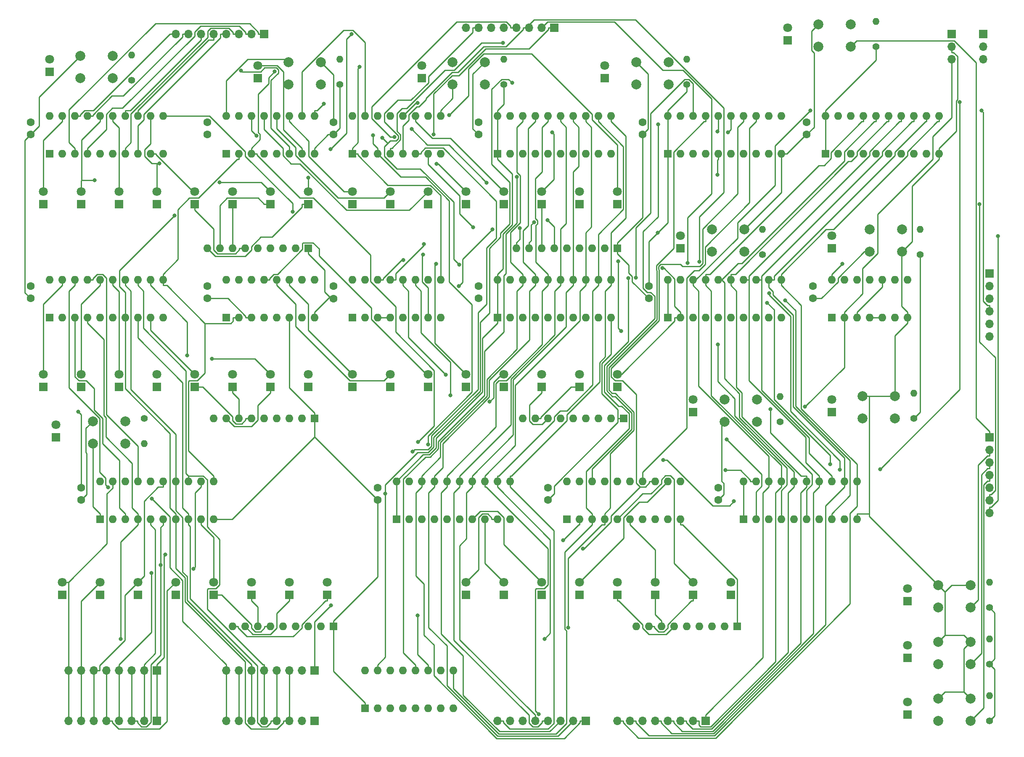
<source format=gbr>
%TF.GenerationSoftware,KiCad,Pcbnew,5.1.6-c6e7f7d~87~ubuntu16.04.1*%
%TF.CreationDate,2022-03-08T12:55:49-05:00*%
%TF.ProjectId,riscy_pc_ir_sp,72697363-795f-4706-935f-69725f73702e,rev?*%
%TF.SameCoordinates,Original*%
%TF.FileFunction,Copper,L2,Bot*%
%TF.FilePolarity,Positive*%
%FSLAX46Y46*%
G04 Gerber Fmt 4.6, Leading zero omitted, Abs format (unit mm)*
G04 Created by KiCad (PCBNEW 5.1.6-c6e7f7d~87~ubuntu16.04.1) date 2022-03-08 12:55:49*
%MOMM*%
%LPD*%
G01*
G04 APERTURE LIST*
%TA.AperFunction,ComponentPad*%
%ADD10O,1.600000X1.600000*%
%TD*%
%TA.AperFunction,ComponentPad*%
%ADD11R,1.600000X1.600000*%
%TD*%
%TA.AperFunction,ComponentPad*%
%ADD12C,2.000000*%
%TD*%
%TA.AperFunction,ComponentPad*%
%ADD13O,1.400000X1.400000*%
%TD*%
%TA.AperFunction,ComponentPad*%
%ADD14C,1.400000*%
%TD*%
%TA.AperFunction,ComponentPad*%
%ADD15O,1.700000X1.700000*%
%TD*%
%TA.AperFunction,ComponentPad*%
%ADD16R,1.700000X1.700000*%
%TD*%
%TA.AperFunction,ComponentPad*%
%ADD17C,1.800000*%
%TD*%
%TA.AperFunction,ComponentPad*%
%ADD18R,1.800000X1.800000*%
%TD*%
%TA.AperFunction,ComponentPad*%
%ADD19C,1.600000*%
%TD*%
%TA.AperFunction,ViaPad*%
%ADD20C,0.800000*%
%TD*%
%TA.AperFunction,Conductor*%
%ADD21C,0.250000*%
%TD*%
G04 APERTURE END LIST*
D10*
%TO.P,SW14,16*%
%TO.N,wb7*%
X69850000Y-134620000D03*
%TO.P,SW14,8*%
%TO.N,GND*%
X87630000Y-142240000D03*
%TO.P,SW14,15*%
%TO.N,wb6*%
X72390000Y-134620000D03*
%TO.P,SW14,7*%
%TO.N,GND*%
X85090000Y-142240000D03*
%TO.P,SW14,14*%
%TO.N,wb5*%
X74930000Y-134620000D03*
%TO.P,SW14,6*%
%TO.N,GND*%
X82550000Y-142240000D03*
%TO.P,SW14,13*%
%TO.N,wb4*%
X77470000Y-134620000D03*
%TO.P,SW14,5*%
%TO.N,GND*%
X80010000Y-142240000D03*
%TO.P,SW14,12*%
%TO.N,wb3*%
X80010000Y-134620000D03*
%TO.P,SW14,4*%
%TO.N,GND*%
X77470000Y-142240000D03*
%TO.P,SW14,11*%
%TO.N,wb2*%
X82550000Y-134620000D03*
%TO.P,SW14,3*%
%TO.N,GND*%
X74930000Y-142240000D03*
%TO.P,SW14,10*%
%TO.N,wb1*%
X85090000Y-134620000D03*
%TO.P,SW14,2*%
%TO.N,GND*%
X72390000Y-142240000D03*
%TO.P,SW14,9*%
%TO.N,wb0*%
X87630000Y-134620000D03*
D11*
%TO.P,SW14,1*%
%TO.N,GND*%
X69850000Y-142240000D03*
%TD*%
D10*
%TO.P,U16,20*%
%TO.N,+5V*%
X16510000Y-96520000D03*
%TO.P,U16,10*%
%TO.N,GND*%
X39370000Y-104140000D03*
%TO.P,U16,19*%
%TO.N,ir7*%
X19050000Y-96520000D03*
%TO.P,U16,9*%
%TO.N,ir3*%
X36830000Y-104140000D03*
%TO.P,U16,18*%
%TO.N,wb7*%
X21590000Y-96520000D03*
%TO.P,U16,8*%
%TO.N,wb3*%
X34290000Y-104140000D03*
%TO.P,U16,17*%
%TO.N,wb6*%
X24130000Y-96520000D03*
%TO.P,U16,7*%
%TO.N,wb2*%
X31750000Y-104140000D03*
%TO.P,U16,16*%
%TO.N,ir6*%
X26670000Y-96520000D03*
%TO.P,U16,6*%
%TO.N,ir2*%
X29210000Y-104140000D03*
%TO.P,U16,15*%
%TO.N,ir5*%
X29210000Y-96520000D03*
%TO.P,U16,5*%
%TO.N,ir1*%
X26670000Y-104140000D03*
%TO.P,U16,14*%
%TO.N,wb5*%
X31750000Y-96520000D03*
%TO.P,U16,4*%
%TO.N,wb1*%
X24130000Y-104140000D03*
%TO.P,U16,13*%
%TO.N,wb4*%
X34290000Y-96520000D03*
%TO.P,U16,3*%
%TO.N,wb0*%
X21590000Y-104140000D03*
%TO.P,U16,12*%
%TO.N,ir4*%
X36830000Y-96520000D03*
%TO.P,U16,2*%
%TO.N,ir0*%
X19050000Y-104140000D03*
%TO.P,U16,11*%
%TO.N,CLK*%
X39370000Y-96520000D03*
D11*
%TO.P,U16,1*%
%TO.N,IRclk*%
X16510000Y-104140000D03*
%TD*%
D10*
%TO.P,U15,20*%
%TO.N,+5V*%
X130810000Y-55880000D03*
%TO.P,U15,10*%
%TO.N,GND*%
X153670000Y-63500000D03*
%TO.P,U15,19*%
%TO.N,SPaddr*%
X133350000Y-55880000D03*
%TO.P,U15,9*%
%TO.N,Net-(D40-Pad2)*%
X151130000Y-63500000D03*
%TO.P,U15,18*%
%TO.N,addr0*%
X135890000Y-55880000D03*
%TO.P,U15,8*%
%TO.N,Net-(D39-Pad2)*%
X148590000Y-63500000D03*
%TO.P,U15,17*%
%TO.N,addr1*%
X138430000Y-55880000D03*
%TO.P,U15,7*%
%TO.N,Net-(D38-Pad2)*%
X146050000Y-63500000D03*
%TO.P,U15,16*%
%TO.N,addr2*%
X140970000Y-55880000D03*
%TO.P,U15,6*%
%TO.N,Net-(D37-Pad2)*%
X143510000Y-63500000D03*
%TO.P,U15,15*%
%TO.N,addr3*%
X143510000Y-55880000D03*
%TO.P,U15,5*%
%TO.N,Net-(D36-Pad2)*%
X140970000Y-63500000D03*
%TO.P,U15,14*%
%TO.N,addr4*%
X146050000Y-55880000D03*
%TO.P,U15,4*%
%TO.N,Net-(D35-Pad2)*%
X138430000Y-63500000D03*
%TO.P,U15,13*%
%TO.N,addr5*%
X148590000Y-55880000D03*
%TO.P,U15,3*%
%TO.N,Net-(D34-Pad2)*%
X135890000Y-63500000D03*
%TO.P,U15,12*%
%TO.N,addr6*%
X151130000Y-55880000D03*
%TO.P,U15,2*%
%TO.N,Net-(D33-Pad2)*%
X133350000Y-63500000D03*
%TO.P,U15,11*%
%TO.N,addr7*%
X153670000Y-55880000D03*
D11*
%TO.P,U15,1*%
%TO.N,+5V*%
X130810000Y-63500000D03*
%TD*%
D10*
%TO.P,U14,16*%
%TO.N,+5V*%
X67310000Y-55880000D03*
%TO.P,U14,8*%
%TO.N,GND*%
X85090000Y-63500000D03*
%TO.P,U14,15*%
%TO.N,Net-(U13-Pad10)*%
X69850000Y-55880000D03*
%TO.P,U14,7*%
%TO.N,SPclk*%
X82550000Y-63500000D03*
%TO.P,U14,14*%
%TO.N,Net-(D33-Pad2)*%
X72390000Y-55880000D03*
%TO.P,U14,6*%
%TO.N,GND*%
X80010000Y-63500000D03*
%TO.P,U14,13*%
%TO.N,Net-(D34-Pad2)*%
X74930000Y-55880000D03*
%TO.P,U14,5*%
%TO.N,GND*%
X77470000Y-63500000D03*
%TO.P,U14,12*%
%TO.N,Net-(D35-Pad2)*%
X77470000Y-55880000D03*
%TO.P,U14,4*%
%TO.N,GND*%
X74930000Y-63500000D03*
%TO.P,U14,11*%
%TO.N,Net-(D36-Pad2)*%
X80010000Y-55880000D03*
%TO.P,U14,3*%
%TO.N,GND*%
X72390000Y-63500000D03*
%TO.P,U14,10*%
X82550000Y-55880000D03*
%TO.P,U14,2*%
%TO.N,CLK*%
X69850000Y-63500000D03*
%TO.P,U14,9*%
%TO.N,reset*%
X85090000Y-55880000D03*
D11*
%TO.P,U14,1*%
%TO.N,pushpop*%
X67310000Y-63500000D03*
%TD*%
D10*
%TO.P,U13,16*%
%TO.N,+5V*%
X41910000Y-55880000D03*
%TO.P,U13,8*%
%TO.N,GND*%
X59690000Y-63500000D03*
%TO.P,U13,15*%
%TO.N,Net-(U13-Pad15)*%
X44450000Y-55880000D03*
%TO.P,U13,7*%
%TO.N,SPclk*%
X57150000Y-63500000D03*
%TO.P,U13,14*%
%TO.N,Net-(D37-Pad2)*%
X46990000Y-55880000D03*
%TO.P,U13,6*%
%TO.N,GND*%
X54610000Y-63500000D03*
%TO.P,U13,13*%
%TO.N,Net-(D38-Pad2)*%
X49530000Y-55880000D03*
%TO.P,U13,5*%
%TO.N,GND*%
X52070000Y-63500000D03*
%TO.P,U13,12*%
%TO.N,Net-(D39-Pad2)*%
X52070000Y-55880000D03*
%TO.P,U13,4*%
%TO.N,GND*%
X49530000Y-63500000D03*
%TO.P,U13,11*%
%TO.N,Net-(D40-Pad2)*%
X54610000Y-55880000D03*
%TO.P,U13,3*%
%TO.N,GND*%
X46990000Y-63500000D03*
%TO.P,U13,10*%
%TO.N,Net-(U13-Pad10)*%
X57150000Y-55880000D03*
%TO.P,U13,2*%
%TO.N,CLK*%
X44450000Y-63500000D03*
%TO.P,U13,9*%
%TO.N,reset*%
X59690000Y-55880000D03*
D11*
%TO.P,U13,1*%
%TO.N,pushpop*%
X41910000Y-63500000D03*
%TD*%
D10*
%TO.P,U12,20*%
%TO.N,+5V*%
X146050000Y-96520000D03*
%TO.P,U12,10*%
%TO.N,GND*%
X168910000Y-104140000D03*
%TO.P,U12,19*%
%TO.N,Rrsaddr*%
X148590000Y-96520000D03*
%TO.P,U12,9*%
%TO.N,Rrs7*%
X166370000Y-104140000D03*
%TO.P,U12,18*%
%TO.N,addr0*%
X151130000Y-96520000D03*
%TO.P,U12,8*%
%TO.N,Rrs6*%
X163830000Y-104140000D03*
%TO.P,U12,17*%
%TO.N,addr1*%
X153670000Y-96520000D03*
%TO.P,U12,7*%
%TO.N,Rrs5*%
X161290000Y-104140000D03*
%TO.P,U12,16*%
%TO.N,addr2*%
X156210000Y-96520000D03*
%TO.P,U12,6*%
%TO.N,Rrs4*%
X158750000Y-104140000D03*
%TO.P,U12,15*%
%TO.N,addr3*%
X158750000Y-96520000D03*
%TO.P,U12,5*%
%TO.N,Rrs3*%
X156210000Y-104140000D03*
%TO.P,U12,14*%
%TO.N,addr4*%
X161290000Y-96520000D03*
%TO.P,U12,4*%
%TO.N,Rrs2*%
X153670000Y-104140000D03*
%TO.P,U12,13*%
%TO.N,addr5*%
X163830000Y-96520000D03*
%TO.P,U12,3*%
%TO.N,Rrs1*%
X151130000Y-104140000D03*
%TO.P,U12,12*%
%TO.N,addr6*%
X166370000Y-96520000D03*
%TO.P,U12,2*%
%TO.N,Rrs0*%
X148590000Y-104140000D03*
%TO.P,U12,11*%
%TO.N,addr7*%
X168910000Y-96520000D03*
D11*
%TO.P,U12,1*%
%TO.N,+5V*%
X146050000Y-104140000D03*
%TD*%
D10*
%TO.P,U11,14*%
%TO.N,+5V*%
X163830000Y-55880000D03*
%TO.P,U11,7*%
%TO.N,GND*%
X179070000Y-63500000D03*
%TO.P,U11,13*%
%TO.N,N/C*%
X166370000Y-55880000D03*
%TO.P,U11,6*%
%TO.N,Net-(U11-Pad1)*%
X176530000Y-63500000D03*
%TO.P,U11,12*%
%TO.N,N/C*%
X168910000Y-55880000D03*
%TO.P,U11,5*%
%TO.N,ipageclk*%
X173990000Y-63500000D03*
%TO.P,U11,11*%
%TO.N,N/C*%
X171450000Y-55880000D03*
%TO.P,U11,4*%
%TO.N,ipageclk*%
X171450000Y-63500000D03*
%TO.P,U11,10*%
%TO.N,Net-(U11-Pad10)*%
X173990000Y-55880000D03*
%TO.P,U11,3*%
X168910000Y-63500000D03*
%TO.P,U11,9*%
X176530000Y-55880000D03*
%TO.P,U11,2*%
%TO.N,CLK*%
X166370000Y-63500000D03*
%TO.P,U11,8*%
%TO.N,Net-(U11-Pad8)*%
X179070000Y-55880000D03*
D11*
%TO.P,U11,1*%
%TO.N,Net-(U11-Pad1)*%
X163830000Y-63500000D03*
%TD*%
D10*
%TO.P,U10,20*%
%TO.N,+5V*%
X96520000Y-55880000D03*
%TO.P,U10,10*%
%TO.N,GND*%
X119380000Y-63500000D03*
%TO.P,U10,19*%
%TO.N,SPaddr*%
X99060000Y-55880000D03*
%TO.P,U10,9*%
%TO.N,Net-(D32-Pad2)*%
X116840000Y-63500000D03*
%TO.P,U10,18*%
%TO.N,addr8*%
X101600000Y-55880000D03*
%TO.P,U10,8*%
%TO.N,Net-(D31-Pad2)*%
X114300000Y-63500000D03*
%TO.P,U10,17*%
%TO.N,addr9*%
X104140000Y-55880000D03*
%TO.P,U10,7*%
%TO.N,Net-(D30-Pad2)*%
X111760000Y-63500000D03*
%TO.P,U10,16*%
%TO.N,addr10*%
X106680000Y-55880000D03*
%TO.P,U10,6*%
%TO.N,Net-(D29-Pad2)*%
X109220000Y-63500000D03*
%TO.P,U10,15*%
%TO.N,addr11*%
X109220000Y-55880000D03*
%TO.P,U10,5*%
%TO.N,Net-(D28-Pad2)*%
X106680000Y-63500000D03*
%TO.P,U10,14*%
%TO.N,addr12*%
X111760000Y-55880000D03*
%TO.P,U10,4*%
%TO.N,Net-(D27-Pad2)*%
X104140000Y-63500000D03*
%TO.P,U10,13*%
%TO.N,addr13*%
X114300000Y-55880000D03*
%TO.P,U10,3*%
%TO.N,Net-(D26-Pad2)*%
X101600000Y-63500000D03*
%TO.P,U10,12*%
%TO.N,addr14*%
X116840000Y-55880000D03*
%TO.P,U10,2*%
%TO.N,Net-(D25-Pad2)*%
X99060000Y-63500000D03*
%TO.P,U10,11*%
%TO.N,addr15*%
X119380000Y-55880000D03*
D11*
%TO.P,U10,1*%
%TO.N,+5V*%
X96520000Y-63500000D03*
%TD*%
D10*
%TO.P,U9,20*%
%TO.N,+5V*%
X6350000Y-55880000D03*
%TO.P,U9,10*%
%TO.N,GND*%
X29210000Y-63500000D03*
%TO.P,U9,19*%
%TO.N,Net-(D32-Pad2)*%
X8890000Y-55880000D03*
%TO.P,U9,9*%
%TO.N,Net-(D28-Pad2)*%
X26670000Y-63500000D03*
%TO.P,U9,18*%
%TO.N,wb7*%
X11430000Y-55880000D03*
%TO.P,U9,8*%
%TO.N,wb3*%
X24130000Y-63500000D03*
%TO.P,U9,17*%
%TO.N,wb6*%
X13970000Y-55880000D03*
%TO.P,U9,7*%
%TO.N,wb2*%
X21590000Y-63500000D03*
%TO.P,U9,16*%
%TO.N,Net-(D31-Pad2)*%
X16510000Y-55880000D03*
%TO.P,U9,6*%
%TO.N,Net-(D27-Pad2)*%
X19050000Y-63500000D03*
%TO.P,U9,15*%
%TO.N,Net-(D30-Pad2)*%
X19050000Y-55880000D03*
%TO.P,U9,5*%
%TO.N,Net-(D26-Pad2)*%
X16510000Y-63500000D03*
%TO.P,U9,14*%
%TO.N,wb5*%
X21590000Y-55880000D03*
%TO.P,U9,4*%
%TO.N,wb1*%
X13970000Y-63500000D03*
%TO.P,U9,13*%
%TO.N,wb4*%
X24130000Y-55880000D03*
%TO.P,U9,3*%
%TO.N,wb0*%
X11430000Y-63500000D03*
%TO.P,U9,12*%
%TO.N,Net-(D29-Pad2)*%
X26670000Y-55880000D03*
%TO.P,U9,2*%
%TO.N,Net-(D25-Pad2)*%
X8890000Y-63500000D03*
%TO.P,U9,11*%
%TO.N,CLK*%
X29210000Y-55880000D03*
D11*
%TO.P,U9,1*%
%TO.N,spageclk*%
X6350000Y-63500000D03*
%TD*%
D10*
%TO.P,U8,20*%
%TO.N,+5V*%
X76200000Y-96520000D03*
%TO.P,U8,10*%
%TO.N,GND*%
X99060000Y-104140000D03*
%TO.P,U8,19*%
%TO.N,Rrsaddr*%
X78740000Y-96520000D03*
%TO.P,U8,9*%
%TO.N,Net-(D24-Pad2)*%
X96520000Y-104140000D03*
%TO.P,U8,18*%
%TO.N,addr8*%
X81280000Y-96520000D03*
%TO.P,U8,8*%
%TO.N,Net-(D23-Pad2)*%
X93980000Y-104140000D03*
%TO.P,U8,17*%
%TO.N,addr9*%
X83820000Y-96520000D03*
%TO.P,U8,7*%
%TO.N,Net-(D22-Pad2)*%
X91440000Y-104140000D03*
%TO.P,U8,16*%
%TO.N,addr10*%
X86360000Y-96520000D03*
%TO.P,U8,6*%
%TO.N,Net-(D21-Pad2)*%
X88900000Y-104140000D03*
%TO.P,U8,15*%
%TO.N,addr11*%
X88900000Y-96520000D03*
%TO.P,U8,5*%
%TO.N,Net-(D20-Pad2)*%
X86360000Y-104140000D03*
%TO.P,U8,14*%
%TO.N,addr12*%
X91440000Y-96520000D03*
%TO.P,U8,4*%
%TO.N,Net-(D19-Pad2)*%
X83820000Y-104140000D03*
%TO.P,U8,13*%
%TO.N,addr13*%
X93980000Y-96520000D03*
%TO.P,U8,3*%
%TO.N,Net-(D18-Pad2)*%
X81280000Y-104140000D03*
%TO.P,U8,12*%
%TO.N,addr14*%
X96520000Y-96520000D03*
%TO.P,U8,2*%
%TO.N,Net-(D17-Pad2)*%
X78740000Y-104140000D03*
%TO.P,U8,11*%
%TO.N,addr15*%
X99060000Y-96520000D03*
D11*
%TO.P,U8,1*%
%TO.N,+5V*%
X76200000Y-104140000D03*
%TD*%
D10*
%TO.P,U7,20*%
%TO.N,+5V*%
X110490000Y-96520000D03*
%TO.P,U7,10*%
%TO.N,GND*%
X133350000Y-104140000D03*
%TO.P,U7,19*%
%TO.N,Net-(D24-Pad2)*%
X113030000Y-96520000D03*
%TO.P,U7,9*%
%TO.N,Net-(D20-Pad2)*%
X130810000Y-104140000D03*
%TO.P,U7,18*%
%TO.N,wb7*%
X115570000Y-96520000D03*
%TO.P,U7,8*%
%TO.N,wb3*%
X128270000Y-104140000D03*
%TO.P,U7,17*%
%TO.N,wb6*%
X118110000Y-96520000D03*
%TO.P,U7,7*%
%TO.N,wb2*%
X125730000Y-104140000D03*
%TO.P,U7,16*%
%TO.N,Net-(D23-Pad2)*%
X120650000Y-96520000D03*
%TO.P,U7,6*%
%TO.N,Net-(D19-Pad2)*%
X123190000Y-104140000D03*
%TO.P,U7,15*%
%TO.N,Net-(D22-Pad2)*%
X123190000Y-96520000D03*
%TO.P,U7,5*%
%TO.N,Net-(D18-Pad2)*%
X120650000Y-104140000D03*
%TO.P,U7,14*%
%TO.N,wb5*%
X125730000Y-96520000D03*
%TO.P,U7,4*%
%TO.N,wb1*%
X118110000Y-104140000D03*
%TO.P,U7,13*%
%TO.N,wb4*%
X128270000Y-96520000D03*
%TO.P,U7,3*%
%TO.N,wb0*%
X115570000Y-104140000D03*
%TO.P,U7,12*%
%TO.N,Net-(D21-Pad2)*%
X130810000Y-96520000D03*
%TO.P,U7,2*%
%TO.N,Net-(D17-Pad2)*%
X113030000Y-104140000D03*
%TO.P,U7,11*%
%TO.N,CLK*%
X133350000Y-96520000D03*
D11*
%TO.P,U7,1*%
%TO.N,dpageclk*%
X110490000Y-104140000D03*
%TD*%
D10*
%TO.P,U6,20*%
%TO.N,+5V*%
X96520000Y-22860000D03*
%TO.P,U6,10*%
%TO.N,GND*%
X119380000Y-30480000D03*
%TO.P,U6,19*%
%TO.N,PCaddr*%
X99060000Y-22860000D03*
%TO.P,U6,9*%
%TO.N,Net-(D16-Pad2)*%
X116840000Y-30480000D03*
%TO.P,U6,18*%
%TO.N,addr8*%
X101600000Y-22860000D03*
%TO.P,U6,8*%
%TO.N,Net-(D15-Pad2)*%
X114300000Y-30480000D03*
%TO.P,U6,17*%
%TO.N,addr9*%
X104140000Y-22860000D03*
%TO.P,U6,7*%
%TO.N,Net-(D14-Pad2)*%
X111760000Y-30480000D03*
%TO.P,U6,16*%
%TO.N,addr10*%
X106680000Y-22860000D03*
%TO.P,U6,6*%
%TO.N,Net-(D13-Pad2)*%
X109220000Y-30480000D03*
%TO.P,U6,15*%
%TO.N,addr11*%
X109220000Y-22860000D03*
%TO.P,U6,5*%
%TO.N,Net-(D12-Pad2)*%
X106680000Y-30480000D03*
%TO.P,U6,14*%
%TO.N,addr12*%
X111760000Y-22860000D03*
%TO.P,U6,4*%
%TO.N,Net-(D11-Pad2)*%
X104140000Y-30480000D03*
%TO.P,U6,13*%
%TO.N,addr13*%
X114300000Y-22860000D03*
%TO.P,U6,3*%
%TO.N,Net-(D10-Pad2)*%
X101600000Y-30480000D03*
%TO.P,U6,12*%
%TO.N,addr14*%
X116840000Y-22860000D03*
%TO.P,U6,2*%
%TO.N,Net-(D9-Pad2)*%
X99060000Y-30480000D03*
%TO.P,U6,11*%
%TO.N,addr15*%
X119380000Y-22860000D03*
D11*
%TO.P,U6,1*%
%TO.N,+5V*%
X96520000Y-30480000D03*
%TD*%
D10*
%TO.P,U5,20*%
%TO.N,+5V*%
X6350000Y-22860000D03*
%TO.P,U5,10*%
%TO.N,GND*%
X29210000Y-30480000D03*
%TO.P,U5,19*%
%TO.N,Net-(D16-Pad2)*%
X8890000Y-22860000D03*
%TO.P,U5,9*%
%TO.N,Net-(D12-Pad2)*%
X26670000Y-30480000D03*
%TO.P,U5,18*%
%TO.N,C7*%
X11430000Y-22860000D03*
%TO.P,U5,8*%
%TO.N,C3*%
X24130000Y-30480000D03*
%TO.P,U5,17*%
%TO.N,C6*%
X13970000Y-22860000D03*
%TO.P,U5,7*%
%TO.N,C2*%
X21590000Y-30480000D03*
%TO.P,U5,16*%
%TO.N,Net-(D15-Pad2)*%
X16510000Y-22860000D03*
%TO.P,U5,6*%
%TO.N,Net-(D11-Pad2)*%
X19050000Y-30480000D03*
%TO.P,U5,15*%
%TO.N,Net-(D14-Pad2)*%
X19050000Y-22860000D03*
%TO.P,U5,5*%
%TO.N,Net-(D10-Pad2)*%
X16510000Y-30480000D03*
%TO.P,U5,14*%
%TO.N,C5*%
X21590000Y-22860000D03*
%TO.P,U5,4*%
%TO.N,C1*%
X13970000Y-30480000D03*
%TO.P,U5,13*%
%TO.N,C4*%
X24130000Y-22860000D03*
%TO.P,U5,3*%
%TO.N,C0*%
X11430000Y-30480000D03*
%TO.P,U5,12*%
%TO.N,Net-(D13-Pad2)*%
X26670000Y-22860000D03*
%TO.P,U5,2*%
%TO.N,Net-(D9-Pad2)*%
X8890000Y-30480000D03*
%TO.P,U5,11*%
%TO.N,Net-(U11-Pad8)*%
X29210000Y-22860000D03*
D11*
%TO.P,U5,1*%
%TO.N,reset*%
X6350000Y-30480000D03*
%TD*%
D10*
%TO.P,U4,20*%
%TO.N,+5V*%
X162560000Y-22860000D03*
%TO.P,U4,10*%
%TO.N,GND*%
X185420000Y-30480000D03*
%TO.P,U4,19*%
%TO.N,PCaddr*%
X165100000Y-22860000D03*
%TO.P,U4,9*%
%TO.N,Net-(D8-Pad2)*%
X182880000Y-30480000D03*
%TO.P,U4,18*%
%TO.N,addr0*%
X167640000Y-22860000D03*
%TO.P,U4,8*%
%TO.N,Net-(D7-Pad2)*%
X180340000Y-30480000D03*
%TO.P,U4,17*%
%TO.N,addr1*%
X170180000Y-22860000D03*
%TO.P,U4,7*%
%TO.N,Net-(D6-Pad2)*%
X177800000Y-30480000D03*
%TO.P,U4,16*%
%TO.N,addr2*%
X172720000Y-22860000D03*
%TO.P,U4,6*%
%TO.N,Net-(D5-Pad2)*%
X175260000Y-30480000D03*
%TO.P,U4,15*%
%TO.N,addr3*%
X175260000Y-22860000D03*
%TO.P,U4,5*%
%TO.N,Net-(D4-Pad2)*%
X172720000Y-30480000D03*
%TO.P,U4,14*%
%TO.N,addr4*%
X177800000Y-22860000D03*
%TO.P,U4,4*%
%TO.N,Net-(D3-Pad2)*%
X170180000Y-30480000D03*
%TO.P,U4,13*%
%TO.N,addr5*%
X180340000Y-22860000D03*
%TO.P,U4,3*%
%TO.N,Net-(D2-Pad2)*%
X167640000Y-30480000D03*
%TO.P,U4,12*%
%TO.N,addr6*%
X182880000Y-22860000D03*
%TO.P,U4,2*%
%TO.N,Net-(D0-Pad2)*%
X165100000Y-30480000D03*
%TO.P,U4,11*%
%TO.N,addr7*%
X185420000Y-22860000D03*
D11*
%TO.P,U4,1*%
%TO.N,+5V*%
X162560000Y-30480000D03*
%TD*%
D10*
%TO.P,U3,20*%
%TO.N,+5V*%
X130810000Y-22860000D03*
%TO.P,U3,10*%
%TO.N,GND*%
X153670000Y-30480000D03*
%TO.P,U3,19*%
%TO.N,PCwb*%
X133350000Y-22860000D03*
%TO.P,U3,9*%
%TO.N,Net-(D8-Pad2)*%
X151130000Y-30480000D03*
%TO.P,U3,18*%
%TO.N,wb0*%
X135890000Y-22860000D03*
%TO.P,U3,8*%
%TO.N,Net-(D7-Pad2)*%
X148590000Y-30480000D03*
%TO.P,U3,17*%
%TO.N,wb1*%
X138430000Y-22860000D03*
%TO.P,U3,7*%
%TO.N,Net-(D6-Pad2)*%
X146050000Y-30480000D03*
%TO.P,U3,16*%
%TO.N,wb2*%
X140970000Y-22860000D03*
%TO.P,U3,6*%
%TO.N,Net-(D5-Pad2)*%
X143510000Y-30480000D03*
%TO.P,U3,15*%
%TO.N,wb3*%
X143510000Y-22860000D03*
%TO.P,U3,5*%
%TO.N,Net-(D4-Pad2)*%
X140970000Y-30480000D03*
%TO.P,U3,14*%
%TO.N,wb4*%
X146050000Y-22860000D03*
%TO.P,U3,4*%
%TO.N,Net-(D3-Pad2)*%
X138430000Y-30480000D03*
%TO.P,U3,13*%
%TO.N,wb5*%
X148590000Y-22860000D03*
%TO.P,U3,3*%
%TO.N,Net-(D2-Pad2)*%
X135890000Y-30480000D03*
%TO.P,U3,12*%
%TO.N,wb6*%
X151130000Y-22860000D03*
%TO.P,U3,2*%
%TO.N,Net-(D0-Pad2)*%
X133350000Y-30480000D03*
%TO.P,U3,11*%
%TO.N,wb7*%
X153670000Y-22860000D03*
D11*
%TO.P,U3,1*%
%TO.N,+5V*%
X130810000Y-30480000D03*
%TD*%
D10*
%TO.P,U2,16*%
%TO.N,+5V*%
X67310000Y-22860000D03*
%TO.P,U2,8*%
%TO.N,GND*%
X85090000Y-30480000D03*
%TO.P,U2,15*%
%TO.N,Net-(U1-Pad10)*%
X69850000Y-22860000D03*
%TO.P,U2,7*%
%TO.N,PCclk*%
X82550000Y-30480000D03*
%TO.P,U2,14*%
%TO.N,Net-(D0-Pad2)*%
X72390000Y-22860000D03*
%TO.P,U2,6*%
%TO.N,Rrs3*%
X80010000Y-30480000D03*
%TO.P,U2,13*%
%TO.N,Net-(D2-Pad2)*%
X74930000Y-22860000D03*
%TO.P,U2,5*%
%TO.N,Rrs2*%
X77470000Y-30480000D03*
%TO.P,U2,12*%
%TO.N,Net-(D3-Pad2)*%
X77470000Y-22860000D03*
%TO.P,U2,4*%
%TO.N,Rrs1*%
X74930000Y-30480000D03*
%TO.P,U2,11*%
%TO.N,Net-(D4-Pad2)*%
X80010000Y-22860000D03*
%TO.P,U2,3*%
%TO.N,Rrs0*%
X72390000Y-30480000D03*
%TO.P,U2,10*%
%TO.N,+5V*%
X82550000Y-22860000D03*
%TO.P,U2,2*%
%TO.N,CLK*%
X69850000Y-30480000D03*
%TO.P,U2,9*%
%TO.N,PCload*%
X85090000Y-22860000D03*
D11*
%TO.P,U2,1*%
%TO.N,reset*%
X67310000Y-30480000D03*
%TD*%
D10*
%TO.P,U1,16*%
%TO.N,+5V*%
X41910000Y-22860000D03*
%TO.P,U1,8*%
%TO.N,GND*%
X59690000Y-30480000D03*
%TO.P,U1,15*%
%TO.N,Net-(U1-Pad15)*%
X44450000Y-22860000D03*
%TO.P,U1,7*%
%TO.N,PCclk*%
X57150000Y-30480000D03*
%TO.P,U1,14*%
%TO.N,Net-(D5-Pad2)*%
X46990000Y-22860000D03*
%TO.P,U1,6*%
%TO.N,Rrs7*%
X54610000Y-30480000D03*
%TO.P,U1,13*%
%TO.N,Net-(D6-Pad2)*%
X49530000Y-22860000D03*
%TO.P,U1,5*%
%TO.N,Rrs6*%
X52070000Y-30480000D03*
%TO.P,U1,12*%
%TO.N,Net-(D7-Pad2)*%
X52070000Y-22860000D03*
%TO.P,U1,4*%
%TO.N,Rrs5*%
X49530000Y-30480000D03*
%TO.P,U1,11*%
%TO.N,Net-(D8-Pad2)*%
X54610000Y-22860000D03*
%TO.P,U1,3*%
%TO.N,Rrs4*%
X46990000Y-30480000D03*
%TO.P,U1,10*%
%TO.N,Net-(U1-Pad10)*%
X57150000Y-22860000D03*
%TO.P,U1,2*%
%TO.N,CLK*%
X44450000Y-30480000D03*
%TO.P,U1,9*%
%TO.N,PCload*%
X59690000Y-22860000D03*
D11*
%TO.P,U1,1*%
%TO.N,reset*%
X41910000Y-30480000D03*
%TD*%
D12*
%TO.P,SW13,1*%
%TO.N,spageclk*%
X148740000Y-80010000D03*
%TO.P,SW13,2*%
%TO.N,GND*%
X148740000Y-84510000D03*
%TO.P,SW13,1*%
%TO.N,spageclk*%
X142240000Y-80010000D03*
%TO.P,SW13,2*%
%TO.N,GND*%
X142240000Y-84510000D03*
%TD*%
%TO.P,SW12,1*%
%TO.N,dpageclk*%
X170030000Y-83820000D03*
%TO.P,SW12,2*%
%TO.N,GND*%
X170030000Y-79320000D03*
%TO.P,SW12,1*%
%TO.N,dpageclk*%
X176530000Y-83820000D03*
%TO.P,SW12,2*%
%TO.N,GND*%
X176530000Y-79320000D03*
%TD*%
%TO.P,SW11,1*%
%TO.N,ipageclk*%
X12550000Y-15240000D03*
%TO.P,SW11,2*%
%TO.N,GND*%
X12550000Y-10740000D03*
%TO.P,SW11,1*%
%TO.N,ipageclk*%
X19050000Y-15240000D03*
%TO.P,SW11,2*%
%TO.N,GND*%
X19050000Y-10740000D03*
%TD*%
%TO.P,SW10,1*%
%TO.N,IRclk*%
X15090000Y-88900000D03*
%TO.P,SW10,2*%
%TO.N,GND*%
X15090000Y-84400000D03*
%TO.P,SW10,1*%
%TO.N,IRclk*%
X21590000Y-88900000D03*
%TO.P,SW10,2*%
%TO.N,GND*%
X21590000Y-84400000D03*
%TD*%
%TO.P,SW9,1*%
%TO.N,SPclk*%
X139700000Y-50220000D03*
%TO.P,SW9,2*%
%TO.N,GND*%
X139700000Y-45720000D03*
%TO.P,SW9,1*%
%TO.N,SPclk*%
X146200000Y-50220000D03*
%TO.P,SW9,2*%
%TO.N,GND*%
X146200000Y-45720000D03*
%TD*%
%TO.P,SW8,1*%
%TO.N,PCclk*%
X54460000Y-16510000D03*
%TO.P,SW8,2*%
%TO.N,+5V*%
X54460000Y-12010000D03*
%TO.P,SW8,1*%
%TO.N,PCclk*%
X60960000Y-16510000D03*
%TO.P,SW8,2*%
%TO.N,+5V*%
X60960000Y-12010000D03*
%TD*%
%TO.P,SW7,1*%
%TO.N,pushpop*%
X177950000Y-45720000D03*
%TO.P,SW7,2*%
%TO.N,GND*%
X177950000Y-50220000D03*
%TO.P,SW7,1*%
%TO.N,pushpop*%
X171450000Y-45720000D03*
%TO.P,SW7,2*%
%TO.N,GND*%
X171450000Y-50220000D03*
%TD*%
%TO.P,SW6,1*%
%TO.N,PCwb*%
X124460000Y-16510000D03*
%TO.P,SW6,2*%
%TO.N,GND*%
X124460000Y-12010000D03*
%TO.P,SW6,1*%
%TO.N,PCwb*%
X130960000Y-16510000D03*
%TO.P,SW6,2*%
%TO.N,GND*%
X130960000Y-12010000D03*
%TD*%
%TO.P,SW5,1*%
%TO.N,PCload*%
X87480000Y-16510000D03*
%TO.P,SW5,2*%
%TO.N,GND*%
X87480000Y-12010000D03*
%TO.P,SW5,1*%
%TO.N,PCload*%
X93980000Y-16510000D03*
%TO.P,SW5,2*%
%TO.N,GND*%
X93980000Y-12010000D03*
%TD*%
%TO.P,SW4,1*%
%TO.N,SPaddr*%
X185270000Y-144780000D03*
%TO.P,SW4,2*%
%TO.N,GND*%
X185270000Y-140280000D03*
%TO.P,SW4,1*%
%TO.N,SPaddr*%
X191770000Y-144780000D03*
%TO.P,SW4,2*%
%TO.N,GND*%
X191770000Y-140280000D03*
%TD*%
%TO.P,SW3,1*%
%TO.N,Rrsaddr*%
X185270000Y-133350000D03*
%TO.P,SW3,2*%
%TO.N,GND*%
X185270000Y-128850000D03*
%TO.P,SW3,1*%
%TO.N,Rrsaddr*%
X191770000Y-133350000D03*
%TO.P,SW3,2*%
%TO.N,GND*%
X191770000Y-128850000D03*
%TD*%
%TO.P,SW2,1*%
%TO.N,PCaddr*%
X185270000Y-121920000D03*
%TO.P,SW2,2*%
%TO.N,GND*%
X185270000Y-117420000D03*
%TO.P,SW2,1*%
%TO.N,PCaddr*%
X191770000Y-121920000D03*
%TO.P,SW2,2*%
%TO.N,GND*%
X191770000Y-117420000D03*
%TD*%
%TO.P,SW1,1*%
%TO.N,reset*%
X161140000Y-8890000D03*
%TO.P,SW1,2*%
%TO.N,GND*%
X161140000Y-4390000D03*
%TO.P,SW1,1*%
%TO.N,reset*%
X167640000Y-8890000D03*
%TO.P,SW1,2*%
%TO.N,GND*%
X167640000Y-4390000D03*
%TD*%
D10*
%TO.P,RN6,9*%
%TO.N,Net-(D41-Pad1)*%
X43180000Y-125730000D03*
%TO.P,RN6,8*%
%TO.N,Net-(D42-Pad1)*%
X45720000Y-125730000D03*
%TO.P,RN6,7*%
%TO.N,Net-(D43-Pad1)*%
X48260000Y-125730000D03*
%TO.P,RN6,6*%
%TO.N,Net-(D44-Pad1)*%
X50800000Y-125730000D03*
%TO.P,RN6,5*%
%TO.N,Net-(D45-Pad1)*%
X53340000Y-125730000D03*
%TO.P,RN6,4*%
%TO.N,Net-(D46-Pad1)*%
X55880000Y-125730000D03*
%TO.P,RN6,3*%
%TO.N,Net-(D47-Pad1)*%
X58420000Y-125730000D03*
%TO.P,RN6,2*%
%TO.N,Net-(D48-Pad1)*%
X60960000Y-125730000D03*
D11*
%TO.P,RN6,1*%
%TO.N,GND*%
X63500000Y-125730000D03*
%TD*%
D10*
%TO.P,RN5,9*%
%TO.N,Net-(D33-Pad1)*%
X101600000Y-83820000D03*
%TO.P,RN5,8*%
%TO.N,Net-(D34-Pad1)*%
X104140000Y-83820000D03*
%TO.P,RN5,7*%
%TO.N,Net-(D35-Pad1)*%
X106680000Y-83820000D03*
%TO.P,RN5,6*%
%TO.N,Net-(D36-Pad1)*%
X109220000Y-83820000D03*
%TO.P,RN5,5*%
%TO.N,Net-(D37-Pad1)*%
X111760000Y-83820000D03*
%TO.P,RN5,4*%
%TO.N,Net-(D38-Pad1)*%
X114300000Y-83820000D03*
%TO.P,RN5,3*%
%TO.N,Net-(D39-Pad1)*%
X116840000Y-83820000D03*
%TO.P,RN5,2*%
%TO.N,Net-(D40-Pad1)*%
X119380000Y-83820000D03*
D11*
%TO.P,RN5,1*%
%TO.N,GND*%
X121920000Y-83820000D03*
%TD*%
D10*
%TO.P,RN4,9*%
%TO.N,Net-(D25-Pad1)*%
X39370000Y-83820000D03*
%TO.P,RN4,8*%
%TO.N,Net-(D26-Pad1)*%
X41910000Y-83820000D03*
%TO.P,RN4,7*%
%TO.N,Net-(D27-Pad1)*%
X44450000Y-83820000D03*
%TO.P,RN4,6*%
%TO.N,Net-(D28-Pad1)*%
X46990000Y-83820000D03*
%TO.P,RN4,5*%
%TO.N,Net-(D29-Pad1)*%
X49530000Y-83820000D03*
%TO.P,RN4,4*%
%TO.N,Net-(D30-Pad1)*%
X52070000Y-83820000D03*
%TO.P,RN4,3*%
%TO.N,Net-(D31-Pad1)*%
X54610000Y-83820000D03*
%TO.P,RN4,2*%
%TO.N,Net-(D32-Pad1)*%
X57150000Y-83820000D03*
D11*
%TO.P,RN4,1*%
%TO.N,GND*%
X59690000Y-83820000D03*
%TD*%
D10*
%TO.P,RN3,9*%
%TO.N,Net-(D17-Pad1)*%
X124460000Y-125730000D03*
%TO.P,RN3,8*%
%TO.N,Net-(D18-Pad1)*%
X127000000Y-125730000D03*
%TO.P,RN3,7*%
%TO.N,Net-(D19-Pad1)*%
X129540000Y-125730000D03*
%TO.P,RN3,6*%
%TO.N,Net-(D20-Pad1)*%
X132080000Y-125730000D03*
%TO.P,RN3,5*%
%TO.N,Net-(D21-Pad1)*%
X134620000Y-125730000D03*
%TO.P,RN3,4*%
%TO.N,Net-(D22-Pad1)*%
X137160000Y-125730000D03*
%TO.P,RN3,3*%
%TO.N,Net-(D23-Pad1)*%
X139700000Y-125730000D03*
%TO.P,RN3,2*%
%TO.N,Net-(D24-Pad1)*%
X142240000Y-125730000D03*
D11*
%TO.P,RN3,1*%
%TO.N,GND*%
X144780000Y-125730000D03*
%TD*%
D10*
%TO.P,RN2,9*%
%TO.N,Net-(D9-Pad1)*%
X38100000Y-49530000D03*
%TO.P,RN2,8*%
%TO.N,Net-(D10-Pad1)*%
X40640000Y-49530000D03*
%TO.P,RN2,7*%
%TO.N,Net-(D11-Pad1)*%
X43180000Y-49530000D03*
%TO.P,RN2,6*%
%TO.N,Net-(D12-Pad1)*%
X45720000Y-49530000D03*
%TO.P,RN2,5*%
%TO.N,Net-(D13-Pad1)*%
X48260000Y-49530000D03*
%TO.P,RN2,4*%
%TO.N,Net-(D14-Pad1)*%
X50800000Y-49530000D03*
%TO.P,RN2,3*%
%TO.N,Net-(D15-Pad1)*%
X53340000Y-49530000D03*
%TO.P,RN2,2*%
%TO.N,Net-(D16-Pad1)*%
X55880000Y-49530000D03*
D11*
%TO.P,RN2,1*%
%TO.N,GND*%
X58420000Y-49530000D03*
%TD*%
D10*
%TO.P,RN1,9*%
%TO.N,Net-(D0-Pad1)*%
X100330000Y-49530000D03*
%TO.P,RN1,8*%
%TO.N,Net-(D2-Pad1)*%
X102870000Y-49530000D03*
%TO.P,RN1,7*%
%TO.N,Net-(D3-Pad1)*%
X105410000Y-49530000D03*
%TO.P,RN1,6*%
%TO.N,Net-(D4-Pad1)*%
X107950000Y-49530000D03*
%TO.P,RN1,5*%
%TO.N,Net-(D5-Pad1)*%
X110490000Y-49530000D03*
%TO.P,RN1,4*%
%TO.N,Net-(D6-Pad1)*%
X113030000Y-49530000D03*
%TO.P,RN1,3*%
%TO.N,Net-(D7-Pad1)*%
X115570000Y-49530000D03*
%TO.P,RN1,2*%
%TO.N,Net-(D8-Pad1)*%
X118110000Y-49530000D03*
D11*
%TO.P,RN1,1*%
%TO.N,GND*%
X120650000Y-49530000D03*
%TD*%
D13*
%TO.P,R13,2*%
%TO.N,Net-(D61-Pad2)*%
X153440000Y-79440000D03*
D14*
%TO.P,R13,1*%
%TO.N,+5V*%
X153440000Y-84520000D03*
%TD*%
D13*
%TO.P,R12,2*%
%TO.N,Net-(D60-Pad2)*%
X180340000Y-78740000D03*
D14*
%TO.P,R12,1*%
%TO.N,+5V*%
X180340000Y-83820000D03*
%TD*%
D13*
%TO.P,R11,2*%
%TO.N,Net-(D59-Pad2)*%
X22860000Y-10590000D03*
D14*
%TO.P,R11,1*%
%TO.N,+5V*%
X22860000Y-15670000D03*
%TD*%
D13*
%TO.P,R10,2*%
%TO.N,Net-(D58-Pad2)*%
X25400000Y-88900000D03*
D14*
%TO.P,R10,1*%
%TO.N,+5V*%
X25400000Y-83820000D03*
%TD*%
D13*
%TO.P,R9,2*%
%TO.N,Net-(D57-Pad2)*%
X149860000Y-45720000D03*
D14*
%TO.P,R9,1*%
%TO.N,+5V*%
X149860000Y-50800000D03*
%TD*%
D13*
%TO.P,R8,2*%
%TO.N,Net-(D56-Pad1)*%
X64770000Y-11430000D03*
D14*
%TO.P,R8,1*%
%TO.N,GND*%
X64770000Y-16510000D03*
%TD*%
D13*
%TO.P,R7,2*%
%TO.N,Net-(D55-Pad2)*%
X181610000Y-45720000D03*
D14*
%TO.P,R7,1*%
%TO.N,+5V*%
X181610000Y-50800000D03*
%TD*%
D13*
%TO.P,R6,2*%
%TO.N,Net-(D54-Pad2)*%
X134620000Y-11430000D03*
D14*
%TO.P,R6,1*%
%TO.N,+5V*%
X134620000Y-16510000D03*
%TD*%
D13*
%TO.P,R5,2*%
%TO.N,Net-(D53-Pad2)*%
X97790000Y-11430000D03*
D14*
%TO.P,R5,1*%
%TO.N,+5V*%
X97790000Y-16510000D03*
%TD*%
D13*
%TO.P,R4,2*%
%TO.N,Net-(D52-Pad2)*%
X195580000Y-139700000D03*
D14*
%TO.P,R4,1*%
%TO.N,+5V*%
X195580000Y-144780000D03*
%TD*%
D13*
%TO.P,R3,2*%
%TO.N,Net-(D51-Pad2)*%
X195580000Y-128270000D03*
D14*
%TO.P,R3,1*%
%TO.N,+5V*%
X195580000Y-133350000D03*
%TD*%
D13*
%TO.P,R2,2*%
%TO.N,Net-(D50-Pad2)*%
X195580000Y-116840000D03*
D14*
%TO.P,R2,1*%
%TO.N,+5V*%
X195580000Y-121920000D03*
%TD*%
D13*
%TO.P,R1,2*%
%TO.N,Net-(D49-Pad2)*%
X172720000Y-3810000D03*
D14*
%TO.P,R1,1*%
%TO.N,+5V*%
X172720000Y-8890000D03*
%TD*%
D15*
%TO.P,J12,8*%
%TO.N,ir7*%
X10160000Y-134620000D03*
%TO.P,J12,7*%
%TO.N,ir6*%
X12700000Y-134620000D03*
%TO.P,J12,6*%
%TO.N,ir5*%
X15240000Y-134620000D03*
%TO.P,J12,5*%
%TO.N,ir4*%
X17780000Y-134620000D03*
%TO.P,J12,4*%
%TO.N,ir3*%
X20320000Y-134620000D03*
%TO.P,J12,3*%
%TO.N,ir2*%
X22860000Y-134620000D03*
%TO.P,J12,2*%
%TO.N,ir1*%
X25400000Y-134620000D03*
D16*
%TO.P,J12,1*%
%TO.N,ir0*%
X27940000Y-134620000D03*
%TD*%
D15*
%TO.P,J11,8*%
%TO.N,ir7*%
X10160000Y-144780000D03*
%TO.P,J11,7*%
%TO.N,ir6*%
X12700000Y-144780000D03*
%TO.P,J11,6*%
%TO.N,ir5*%
X15240000Y-144780000D03*
%TO.P,J11,5*%
%TO.N,ir4*%
X17780000Y-144780000D03*
%TO.P,J11,4*%
%TO.N,ir3*%
X20320000Y-144780000D03*
%TO.P,J11,3*%
%TO.N,ir2*%
X22860000Y-144780000D03*
%TO.P,J11,2*%
%TO.N,ir1*%
X25400000Y-144780000D03*
D16*
%TO.P,J11,1*%
%TO.N,ir0*%
X27940000Y-144780000D03*
%TD*%
D15*
%TO.P,J10,6*%
%TO.N,spageclk*%
X195580000Y-67310000D03*
%TO.P,J10,5*%
%TO.N,dpageclk*%
X195580000Y-64770000D03*
%TO.P,J10,4*%
%TO.N,ipageclk*%
X195580000Y-62230000D03*
%TO.P,J10,3*%
%TO.N,IRclk*%
X195580000Y-59690000D03*
%TO.P,J10,2*%
%TO.N,SPclk*%
X195580000Y-57150000D03*
D16*
%TO.P,J10,1*%
%TO.N,PCclk*%
X195580000Y-54610000D03*
%TD*%
D15*
%TO.P,J9,7*%
%TO.N,pushpop*%
X195580000Y-102870000D03*
%TO.P,J9,6*%
%TO.N,PCwb*%
X195580000Y-100330000D03*
%TO.P,J9,5*%
%TO.N,PCload*%
X195580000Y-97790000D03*
%TO.P,J9,4*%
%TO.N,SPaddr*%
X195580000Y-95250000D03*
%TO.P,J9,3*%
%TO.N,Rrsaddr*%
X195580000Y-92710000D03*
%TO.P,J9,2*%
%TO.N,PCaddr*%
X195580000Y-90170000D03*
D16*
%TO.P,J9,1*%
%TO.N,reset*%
X195580000Y-87630000D03*
%TD*%
D15*
%TO.P,J8,8*%
%TO.N,C7*%
X31750000Y-6350000D03*
%TO.P,J8,7*%
%TO.N,C6*%
X34290000Y-6350000D03*
%TO.P,J8,6*%
%TO.N,C5*%
X36830000Y-6350000D03*
%TO.P,J8,5*%
%TO.N,C4*%
X39370000Y-6350000D03*
%TO.P,J8,4*%
%TO.N,C3*%
X41910000Y-6350000D03*
%TO.P,J8,3*%
%TO.N,C2*%
X44450000Y-6350000D03*
%TO.P,J8,2*%
%TO.N,C1*%
X46990000Y-6350000D03*
D16*
%TO.P,J8,1*%
%TO.N,C0*%
X49530000Y-6350000D03*
%TD*%
D15*
%TO.P,J7,8*%
%TO.N,Rrs7*%
X90170000Y-5080000D03*
%TO.P,J7,7*%
%TO.N,Rrs6*%
X92710000Y-5080000D03*
%TO.P,J7,6*%
%TO.N,Rrs5*%
X95250000Y-5080000D03*
%TO.P,J7,5*%
%TO.N,Rrs4*%
X97790000Y-5080000D03*
%TO.P,J7,4*%
%TO.N,Rrs3*%
X100330000Y-5080000D03*
%TO.P,J7,3*%
%TO.N,Rrs2*%
X102870000Y-5080000D03*
%TO.P,J7,2*%
%TO.N,Rrs1*%
X105410000Y-5080000D03*
D16*
%TO.P,J7,1*%
%TO.N,Rrs0*%
X107950000Y-5080000D03*
%TD*%
D15*
%TO.P,J6,8*%
%TO.N,addr15*%
X96520000Y-144780000D03*
%TO.P,J6,7*%
%TO.N,addr14*%
X99060000Y-144780000D03*
%TO.P,J6,6*%
%TO.N,addr13*%
X101600000Y-144780000D03*
%TO.P,J6,5*%
%TO.N,addr12*%
X104140000Y-144780000D03*
%TO.P,J6,4*%
%TO.N,addr11*%
X106680000Y-144780000D03*
%TO.P,J6,3*%
%TO.N,addr10*%
X109220000Y-144780000D03*
%TO.P,J6,2*%
%TO.N,addr9*%
X111760000Y-144780000D03*
D16*
%TO.P,J6,1*%
%TO.N,addr8*%
X114300000Y-144780000D03*
%TD*%
D15*
%TO.P,J5,8*%
%TO.N,addr7*%
X120650000Y-144780000D03*
%TO.P,J5,7*%
%TO.N,addr6*%
X123190000Y-144780000D03*
%TO.P,J5,6*%
%TO.N,addr5*%
X125730000Y-144780000D03*
%TO.P,J5,5*%
%TO.N,addr4*%
X128270000Y-144780000D03*
%TO.P,J5,4*%
%TO.N,addr3*%
X130810000Y-144780000D03*
%TO.P,J5,3*%
%TO.N,addr2*%
X133350000Y-144780000D03*
%TO.P,J5,2*%
%TO.N,addr1*%
X135890000Y-144780000D03*
D16*
%TO.P,J5,1*%
%TO.N,addr0*%
X138430000Y-144780000D03*
%TD*%
D15*
%TO.P,J4,8*%
%TO.N,wb7*%
X41910000Y-144780000D03*
%TO.P,J4,7*%
%TO.N,wb6*%
X44450000Y-144780000D03*
%TO.P,J4,6*%
%TO.N,wb5*%
X46990000Y-144780000D03*
%TO.P,J4,5*%
%TO.N,wb4*%
X49530000Y-144780000D03*
%TO.P,J4,4*%
%TO.N,wb3*%
X52070000Y-144780000D03*
%TO.P,J4,3*%
%TO.N,wb2*%
X54610000Y-144780000D03*
%TO.P,J4,2*%
%TO.N,wb1*%
X57150000Y-144780000D03*
D16*
%TO.P,J4,1*%
%TO.N,wb0*%
X59690000Y-144780000D03*
%TD*%
D15*
%TO.P,J3,8*%
%TO.N,wb7*%
X41910000Y-134620000D03*
%TO.P,J3,7*%
%TO.N,wb6*%
X44450000Y-134620000D03*
%TO.P,J3,6*%
%TO.N,wb5*%
X46990000Y-134620000D03*
%TO.P,J3,5*%
%TO.N,wb4*%
X49530000Y-134620000D03*
%TO.P,J3,4*%
%TO.N,wb3*%
X52070000Y-134620000D03*
%TO.P,J3,3*%
%TO.N,wb2*%
X54610000Y-134620000D03*
%TO.P,J3,2*%
%TO.N,wb1*%
X57150000Y-134620000D03*
D16*
%TO.P,J3,1*%
%TO.N,wb0*%
X59690000Y-134620000D03*
%TD*%
D15*
%TO.P,J2,3*%
%TO.N,CLK*%
X187960000Y-11430000D03*
%TO.P,J2,2*%
%TO.N,GND*%
X187960000Y-8890000D03*
D16*
%TO.P,J2,1*%
%TO.N,+5V*%
X187960000Y-6350000D03*
%TD*%
D15*
%TO.P,J1,3*%
%TO.N,CLK*%
X194310000Y-11430000D03*
%TO.P,J1,2*%
%TO.N,GND*%
X194310000Y-8890000D03*
D16*
%TO.P,J1,1*%
%TO.N,+5V*%
X194310000Y-6350000D03*
%TD*%
D17*
%TO.P,D61,2*%
%TO.N,Net-(D61-Pad2)*%
X135890000Y-80010000D03*
D18*
%TO.P,D61,1*%
%TO.N,spageclk*%
X135890000Y-82550000D03*
%TD*%
D17*
%TO.P,D60,2*%
%TO.N,Net-(D60-Pad2)*%
X163830000Y-80010000D03*
D18*
%TO.P,D60,1*%
%TO.N,dpageclk*%
X163830000Y-82550000D03*
%TD*%
D17*
%TO.P,D59,2*%
%TO.N,Net-(D59-Pad2)*%
X6350000Y-11430000D03*
D18*
%TO.P,D59,1*%
%TO.N,ipageclk*%
X6350000Y-13970000D03*
%TD*%
D17*
%TO.P,D58,2*%
%TO.N,Net-(D58-Pad2)*%
X7620000Y-85090000D03*
D18*
%TO.P,D58,1*%
%TO.N,IRclk*%
X7620000Y-87630000D03*
%TD*%
D17*
%TO.P,D57,2*%
%TO.N,Net-(D57-Pad2)*%
X133350000Y-46990000D03*
D18*
%TO.P,D57,1*%
%TO.N,SPclk*%
X133350000Y-49530000D03*
%TD*%
D17*
%TO.P,D56,2*%
%TO.N,PCclk*%
X48260000Y-12700000D03*
D18*
%TO.P,D56,1*%
%TO.N,Net-(D56-Pad1)*%
X48260000Y-15240000D03*
%TD*%
D17*
%TO.P,D55,2*%
%TO.N,Net-(D55-Pad2)*%
X163830000Y-46990000D03*
D18*
%TO.P,D55,1*%
%TO.N,pushpop*%
X163830000Y-49530000D03*
%TD*%
D17*
%TO.P,D54,2*%
%TO.N,Net-(D54-Pad2)*%
X118110000Y-12700000D03*
D18*
%TO.P,D54,1*%
%TO.N,PCwb*%
X118110000Y-15240000D03*
%TD*%
D17*
%TO.P,D53,2*%
%TO.N,Net-(D53-Pad2)*%
X81280000Y-12700000D03*
D18*
%TO.P,D53,1*%
%TO.N,PCload*%
X81280000Y-15240000D03*
%TD*%
D17*
%TO.P,D52,2*%
%TO.N,Net-(D52-Pad2)*%
X179070000Y-140970000D03*
D18*
%TO.P,D52,1*%
%TO.N,SPaddr*%
X179070000Y-143510000D03*
%TD*%
D17*
%TO.P,D51,2*%
%TO.N,Net-(D51-Pad2)*%
X179070000Y-129540000D03*
D18*
%TO.P,D51,1*%
%TO.N,Rrsaddr*%
X179070000Y-132080000D03*
%TD*%
D17*
%TO.P,D50,2*%
%TO.N,Net-(D50-Pad2)*%
X179070000Y-118110000D03*
D18*
%TO.P,D50,1*%
%TO.N,PCaddr*%
X179070000Y-120650000D03*
%TD*%
D17*
%TO.P,D49,2*%
%TO.N,Net-(D49-Pad2)*%
X154940000Y-5080000D03*
D18*
%TO.P,D49,1*%
%TO.N,reset*%
X154940000Y-7620000D03*
%TD*%
D17*
%TO.P,D48,2*%
%TO.N,ir7*%
X8890000Y-116840000D03*
D18*
%TO.P,D48,1*%
%TO.N,Net-(D48-Pad1)*%
X8890000Y-119380000D03*
%TD*%
D17*
%TO.P,D47,2*%
%TO.N,ir6*%
X16510000Y-116840000D03*
D18*
%TO.P,D47,1*%
%TO.N,Net-(D47-Pad1)*%
X16510000Y-119380000D03*
%TD*%
D17*
%TO.P,D46,2*%
%TO.N,ir5*%
X24130000Y-116840000D03*
D18*
%TO.P,D46,1*%
%TO.N,Net-(D46-Pad1)*%
X24130000Y-119380000D03*
%TD*%
D17*
%TO.P,D45,2*%
%TO.N,ir4*%
X31750000Y-116840000D03*
D18*
%TO.P,D45,1*%
%TO.N,Net-(D45-Pad1)*%
X31750000Y-119380000D03*
%TD*%
D17*
%TO.P,D44,2*%
%TO.N,ir3*%
X39370000Y-116840000D03*
D18*
%TO.P,D44,1*%
%TO.N,Net-(D44-Pad1)*%
X39370000Y-119380000D03*
%TD*%
D17*
%TO.P,D43,2*%
%TO.N,ir2*%
X46990000Y-116840000D03*
D18*
%TO.P,D43,1*%
%TO.N,Net-(D43-Pad1)*%
X46990000Y-119380000D03*
%TD*%
D17*
%TO.P,D42,2*%
%TO.N,ir1*%
X54610000Y-116840000D03*
D18*
%TO.P,D42,1*%
%TO.N,Net-(D42-Pad1)*%
X54610000Y-119380000D03*
%TD*%
D17*
%TO.P,D41,2*%
%TO.N,ir0*%
X62230000Y-116840000D03*
D18*
%TO.P,D41,1*%
%TO.N,Net-(D41-Pad1)*%
X62230000Y-119380000D03*
%TD*%
D17*
%TO.P,D40,2*%
%TO.N,Net-(D40-Pad2)*%
X67310000Y-74930000D03*
D18*
%TO.P,D40,1*%
%TO.N,Net-(D40-Pad1)*%
X67310000Y-77470000D03*
%TD*%
D17*
%TO.P,D39,2*%
%TO.N,Net-(D39-Pad2)*%
X74930000Y-74930000D03*
D18*
%TO.P,D39,1*%
%TO.N,Net-(D39-Pad1)*%
X74930000Y-77470000D03*
%TD*%
D17*
%TO.P,D38,2*%
%TO.N,Net-(D38-Pad2)*%
X82550000Y-74930000D03*
D18*
%TO.P,D38,1*%
%TO.N,Net-(D38-Pad1)*%
X82550000Y-77470000D03*
%TD*%
D17*
%TO.P,D37,2*%
%TO.N,Net-(D37-Pad2)*%
X90170000Y-74930000D03*
D18*
%TO.P,D37,1*%
%TO.N,Net-(D37-Pad1)*%
X90170000Y-77470000D03*
%TD*%
D17*
%TO.P,D36,2*%
%TO.N,Net-(D36-Pad2)*%
X97790000Y-74930000D03*
D18*
%TO.P,D36,1*%
%TO.N,Net-(D36-Pad1)*%
X97790000Y-77470000D03*
%TD*%
D17*
%TO.P,D35,2*%
%TO.N,Net-(D35-Pad2)*%
X105410000Y-74930000D03*
D18*
%TO.P,D35,1*%
%TO.N,Net-(D35-Pad1)*%
X105410000Y-77470000D03*
%TD*%
D17*
%TO.P,D34,2*%
%TO.N,Net-(D34-Pad2)*%
X113030000Y-74930000D03*
D18*
%TO.P,D34,1*%
%TO.N,Net-(D34-Pad1)*%
X113030000Y-77470000D03*
%TD*%
D17*
%TO.P,D33,2*%
%TO.N,Net-(D33-Pad2)*%
X120650000Y-74930000D03*
D18*
%TO.P,D33,1*%
%TO.N,Net-(D33-Pad1)*%
X120650000Y-77470000D03*
%TD*%
D17*
%TO.P,D32,2*%
%TO.N,Net-(D32-Pad2)*%
X5080000Y-74930000D03*
D18*
%TO.P,D32,1*%
%TO.N,Net-(D32-Pad1)*%
X5080000Y-77470000D03*
%TD*%
D17*
%TO.P,D31,2*%
%TO.N,Net-(D31-Pad2)*%
X12700000Y-74930000D03*
D18*
%TO.P,D31,1*%
%TO.N,Net-(D31-Pad1)*%
X12700000Y-77470000D03*
%TD*%
D17*
%TO.P,D30,2*%
%TO.N,Net-(D30-Pad2)*%
X20320000Y-74930000D03*
D18*
%TO.P,D30,1*%
%TO.N,Net-(D30-Pad1)*%
X20320000Y-77470000D03*
%TD*%
D17*
%TO.P,D29,2*%
%TO.N,Net-(D29-Pad2)*%
X27940000Y-74930000D03*
D18*
%TO.P,D29,1*%
%TO.N,Net-(D29-Pad1)*%
X27940000Y-77470000D03*
%TD*%
D17*
%TO.P,D28,2*%
%TO.N,Net-(D28-Pad2)*%
X35560000Y-74930000D03*
D18*
%TO.P,D28,1*%
%TO.N,Net-(D28-Pad1)*%
X35560000Y-77470000D03*
%TD*%
D17*
%TO.P,D27,2*%
%TO.N,Net-(D27-Pad2)*%
X43180000Y-74930000D03*
D18*
%TO.P,D27,1*%
%TO.N,Net-(D27-Pad1)*%
X43180000Y-77470000D03*
%TD*%
D17*
%TO.P,D26,2*%
%TO.N,Net-(D26-Pad2)*%
X50800000Y-74930000D03*
D18*
%TO.P,D26,1*%
%TO.N,Net-(D26-Pad1)*%
X50800000Y-77470000D03*
%TD*%
D17*
%TO.P,D25,2*%
%TO.N,Net-(D25-Pad2)*%
X58420000Y-74930000D03*
D18*
%TO.P,D25,1*%
%TO.N,Net-(D25-Pad1)*%
X58420000Y-77470000D03*
%TD*%
D17*
%TO.P,D24,2*%
%TO.N,Net-(D24-Pad2)*%
X90170000Y-116840000D03*
D18*
%TO.P,D24,1*%
%TO.N,Net-(D24-Pad1)*%
X90170000Y-119380000D03*
%TD*%
D17*
%TO.P,D23,2*%
%TO.N,Net-(D23-Pad2)*%
X97790000Y-116840000D03*
D18*
%TO.P,D23,1*%
%TO.N,Net-(D23-Pad1)*%
X97790000Y-119380000D03*
%TD*%
D17*
%TO.P,D22,2*%
%TO.N,Net-(D22-Pad2)*%
X105410000Y-116840000D03*
D18*
%TO.P,D22,1*%
%TO.N,Net-(D22-Pad1)*%
X105410000Y-119380000D03*
%TD*%
D17*
%TO.P,D21,2*%
%TO.N,Net-(D21-Pad2)*%
X113030000Y-116840000D03*
D18*
%TO.P,D21,1*%
%TO.N,Net-(D21-Pad1)*%
X113030000Y-119380000D03*
%TD*%
D17*
%TO.P,D20,2*%
%TO.N,Net-(D20-Pad2)*%
X120650000Y-116840000D03*
D18*
%TO.P,D20,1*%
%TO.N,Net-(D20-Pad1)*%
X120650000Y-119380000D03*
%TD*%
D17*
%TO.P,D19,2*%
%TO.N,Net-(D19-Pad2)*%
X128270000Y-116840000D03*
D18*
%TO.P,D19,1*%
%TO.N,Net-(D19-Pad1)*%
X128270000Y-119380000D03*
%TD*%
D17*
%TO.P,D18,2*%
%TO.N,Net-(D18-Pad2)*%
X135890000Y-116840000D03*
D18*
%TO.P,D18,1*%
%TO.N,Net-(D18-Pad1)*%
X135890000Y-119380000D03*
%TD*%
D17*
%TO.P,D17,2*%
%TO.N,Net-(D17-Pad2)*%
X143510000Y-116840000D03*
D18*
%TO.P,D17,1*%
%TO.N,Net-(D17-Pad1)*%
X143510000Y-119380000D03*
%TD*%
D17*
%TO.P,D16,2*%
%TO.N,Net-(D16-Pad2)*%
X5080000Y-38100000D03*
D18*
%TO.P,D16,1*%
%TO.N,Net-(D16-Pad1)*%
X5080000Y-40640000D03*
%TD*%
D17*
%TO.P,D15,2*%
%TO.N,Net-(D15-Pad2)*%
X12700000Y-38100000D03*
D18*
%TO.P,D15,1*%
%TO.N,Net-(D15-Pad1)*%
X12700000Y-40640000D03*
%TD*%
D17*
%TO.P,D14,2*%
%TO.N,Net-(D14-Pad2)*%
X20320000Y-38100000D03*
D18*
%TO.P,D14,1*%
%TO.N,Net-(D14-Pad1)*%
X20320000Y-40640000D03*
%TD*%
D17*
%TO.P,D13,2*%
%TO.N,Net-(D13-Pad2)*%
X27940000Y-38100000D03*
D18*
%TO.P,D13,1*%
%TO.N,Net-(D13-Pad1)*%
X27940000Y-40640000D03*
%TD*%
D17*
%TO.P,D12,2*%
%TO.N,Net-(D12-Pad2)*%
X35560000Y-38100000D03*
D18*
%TO.P,D12,1*%
%TO.N,Net-(D12-Pad1)*%
X35560000Y-40640000D03*
%TD*%
D17*
%TO.P,D11,2*%
%TO.N,Net-(D11-Pad2)*%
X43180000Y-38100000D03*
D18*
%TO.P,D11,1*%
%TO.N,Net-(D11-Pad1)*%
X43180000Y-40640000D03*
%TD*%
D17*
%TO.P,D10,2*%
%TO.N,Net-(D10-Pad2)*%
X50800000Y-38100000D03*
D18*
%TO.P,D10,1*%
%TO.N,Net-(D10-Pad1)*%
X50800000Y-40640000D03*
%TD*%
D17*
%TO.P,D9,2*%
%TO.N,Net-(D9-Pad2)*%
X58420000Y-38100000D03*
D18*
%TO.P,D9,1*%
%TO.N,Net-(D9-Pad1)*%
X58420000Y-40640000D03*
%TD*%
D17*
%TO.P,D8,2*%
%TO.N,Net-(D8-Pad2)*%
X67310000Y-38100000D03*
D18*
%TO.P,D8,1*%
%TO.N,Net-(D8-Pad1)*%
X67310000Y-40640000D03*
%TD*%
D17*
%TO.P,D7,2*%
%TO.N,Net-(D7-Pad2)*%
X74930000Y-38100000D03*
D18*
%TO.P,D7,1*%
%TO.N,Net-(D7-Pad1)*%
X74930000Y-40640000D03*
%TD*%
D17*
%TO.P,D6,2*%
%TO.N,Net-(D6-Pad2)*%
X82550000Y-38100000D03*
D18*
%TO.P,D6,1*%
%TO.N,Net-(D6-Pad1)*%
X82550000Y-40640000D03*
%TD*%
D17*
%TO.P,D5,2*%
%TO.N,Net-(D5-Pad2)*%
X90170000Y-38100000D03*
D18*
%TO.P,D5,1*%
%TO.N,Net-(D5-Pad1)*%
X90170000Y-40640000D03*
%TD*%
D17*
%TO.P,D4,2*%
%TO.N,Net-(D4-Pad2)*%
X97790000Y-38100000D03*
D18*
%TO.P,D4,1*%
%TO.N,Net-(D4-Pad1)*%
X97790000Y-40640000D03*
%TD*%
D17*
%TO.P,D3,2*%
%TO.N,Net-(D3-Pad2)*%
X105410000Y-38100000D03*
D18*
%TO.P,D3,1*%
%TO.N,Net-(D3-Pad1)*%
X105410000Y-40640000D03*
%TD*%
D17*
%TO.P,D2,2*%
%TO.N,Net-(D2-Pad2)*%
X113030000Y-38100000D03*
D18*
%TO.P,D2,1*%
%TO.N,Net-(D2-Pad1)*%
X113030000Y-40640000D03*
%TD*%
D17*
%TO.P,D0,2*%
%TO.N,Net-(D0-Pad2)*%
X120650000Y-38100000D03*
D18*
%TO.P,D0,1*%
%TO.N,Net-(D0-Pad1)*%
X120650000Y-40640000D03*
%TD*%
D19*
%TO.P,C16,2*%
%TO.N,GND*%
X12700000Y-100290000D03*
%TO.P,C16,1*%
%TO.N,+5V*%
X12700000Y-97790000D03*
%TD*%
%TO.P,C15,2*%
%TO.N,GND*%
X127000000Y-59650000D03*
%TO.P,C15,1*%
%TO.N,+5V*%
X127000000Y-57150000D03*
%TD*%
%TO.P,C14,2*%
%TO.N,GND*%
X63500000Y-59690000D03*
%TO.P,C14,1*%
%TO.N,+5V*%
X63500000Y-57190000D03*
%TD*%
%TO.P,C13,2*%
%TO.N,GND*%
X38100000Y-59650000D03*
%TO.P,C13,1*%
%TO.N,+5V*%
X38100000Y-57150000D03*
%TD*%
%TO.P,C12,2*%
%TO.N,GND*%
X140970000Y-100290000D03*
%TO.P,C12,1*%
%TO.N,+5V*%
X140970000Y-97790000D03*
%TD*%
%TO.P,C11,2*%
%TO.N,GND*%
X160020000Y-59650000D03*
%TO.P,C11,1*%
%TO.N,+5V*%
X160020000Y-57150000D03*
%TD*%
%TO.P,C10,2*%
%TO.N,GND*%
X92710000Y-59650000D03*
%TO.P,C10,1*%
%TO.N,+5V*%
X92710000Y-57150000D03*
%TD*%
%TO.P,C9,2*%
%TO.N,GND*%
X2540000Y-59650000D03*
%TO.P,C9,1*%
%TO.N,+5V*%
X2540000Y-57150000D03*
%TD*%
%TO.P,C8,2*%
%TO.N,GND*%
X72390000Y-100290000D03*
%TO.P,C8,1*%
%TO.N,+5V*%
X72390000Y-97790000D03*
%TD*%
%TO.P,C7,2*%
%TO.N,GND*%
X106680000Y-100290000D03*
%TO.P,C7,1*%
%TO.N,+5V*%
X106680000Y-97790000D03*
%TD*%
%TO.P,C6,2*%
%TO.N,GND*%
X92710000Y-26630000D03*
%TO.P,C6,1*%
%TO.N,+5V*%
X92710000Y-24130000D03*
%TD*%
%TO.P,C5,2*%
%TO.N,GND*%
X2540000Y-26630000D03*
%TO.P,C5,1*%
%TO.N,+5V*%
X2540000Y-24130000D03*
%TD*%
%TO.P,C4,2*%
%TO.N,GND*%
X158750000Y-26630000D03*
%TO.P,C4,1*%
%TO.N,+5V*%
X158750000Y-24130000D03*
%TD*%
%TO.P,C3,2*%
%TO.N,GND*%
X125730000Y-26630000D03*
%TO.P,C3,1*%
%TO.N,+5V*%
X125730000Y-24130000D03*
%TD*%
%TO.P,C2,2*%
%TO.N,GND*%
X63500000Y-26630000D03*
%TO.P,C2,1*%
%TO.N,+5V*%
X63500000Y-24130000D03*
%TD*%
%TO.P,C1,2*%
%TO.N,GND*%
X38100000Y-26630000D03*
%TO.P,C1,1*%
%TO.N,+5V*%
X38100000Y-24130000D03*
%TD*%
D20*
%TO.N,+5V*%
X12128400Y-82497700D03*
X165959900Y-52676500D03*
X128793000Y-46385400D03*
%TO.N,Net-(D2-Pad2)*%
X79226900Y-25525100D03*
X94335000Y-36312600D03*
%TO.N,Net-(D2-Pad1)*%
X103872500Y-44264500D03*
%TO.N,Net-(D3-Pad2)*%
X80434800Y-20256900D03*
X107508700Y-26145900D03*
%TO.N,Net-(D4-Pad2)*%
X140828000Y-34710400D03*
%TO.N,Net-(D4-Pad1)*%
X106606800Y-43879900D03*
%TO.N,Net-(D5-Pad2)*%
X48017900Y-26864600D03*
X84222500Y-32501200D03*
%TO.N,Net-(D9-Pad2)*%
X58404200Y-35306500D03*
%TO.N,Net-(D10-Pad2)*%
X40567700Y-36226700D03*
%TO.N,Net-(D13-Pad2)*%
X28452000Y-32403200D03*
%TO.N,Net-(D15-Pad2)*%
X15417700Y-35813000D03*
%TO.N,Net-(D17-Pad2)*%
X109729300Y-108395300D03*
%TO.N,Net-(D26-Pad2)*%
X39050600Y-71818400D03*
%TO.N,Net-(D29-Pad2)*%
X34083000Y-71143400D03*
%TO.N,Net-(D33-Pad2)*%
X129726400Y-53482600D03*
X77597100Y-51878600D03*
%TO.N,Net-(D34-Pad2)*%
X81731900Y-48682500D03*
X120875500Y-52189400D03*
X121389600Y-66174900D03*
%TO.N,Net-(D35-Pad2)*%
X86102800Y-74992000D03*
%TO.N,Net-(D36-Pad2)*%
X87052600Y-79206400D03*
X94969400Y-80427300D03*
%TO.N,Net-(D37-Pad2)*%
X84154400Y-52671200D03*
%TO.N,ir0*%
X29631900Y-111279700D03*
%TO.N,ir2*%
X28679000Y-113379200D03*
%TO.N,ir3*%
X26869300Y-114980800D03*
%TO.N,ir4*%
X35353800Y-114101000D03*
%TO.N,reset*%
X68742800Y-12978600D03*
%TO.N,Rrsaddr*%
X142406500Y-94264400D03*
%TO.N,SPaddr*%
X150848100Y-60514000D03*
X163528500Y-93068800D03*
%TO.N,PCload*%
X61576000Y-20393000D03*
%TO.N,PCwb*%
X193596400Y-40648800D03*
%TO.N,pushpop*%
X88752300Y-57156400D03*
X95522000Y-45713900D03*
X197274800Y-47082600D03*
%TO.N,PCclk*%
X91612100Y-45276500D03*
%TO.N,SPclk*%
X81591900Y-50816900D03*
%TO.N,ipageclk*%
X193959100Y-21795900D03*
%TO.N,CLK*%
X158469300Y-81474400D03*
%TO.N,wb7*%
X26923400Y-99977100D03*
X18171800Y-97714300D03*
X128858600Y-24556500D03*
%TO.N,wb6*%
X99468200Y-16173400D03*
X73967400Y-98965600D03*
%TO.N,wb4*%
X113751500Y-110068300D03*
%TO.N,wb3*%
X142919000Y-26162600D03*
X100425900Y-35162800D03*
%TO.N,wb2*%
X140851500Y-25954600D03*
X31482000Y-42927000D03*
X80447200Y-123557600D03*
%TO.N,wb1*%
X110784700Y-125964400D03*
X20716600Y-128288200D03*
%TO.N,wb0*%
X62973500Y-121523600D03*
X124409000Y-55438600D03*
X122897800Y-55534600D03*
%TO.N,addr0*%
X159541100Y-21723900D03*
%TO.N,addr14*%
X105994100Y-128240500D03*
%TO.N,addr13*%
X104873500Y-143445600D03*
%TO.N,Rrs7*%
X44920500Y-13757500D03*
%TO.N,Rrs6*%
X154475300Y-60028000D03*
X88814200Y-52857000D03*
X73340400Y-27251200D03*
%TO.N,Rrs5*%
X173543300Y-94088500D03*
X189628700Y-20105500D03*
X62904800Y-29554700D03*
X67138700Y-6342400D03*
%TO.N,Rrs4*%
X151479100Y-81935100D03*
X80557000Y-88586700D03*
X51700200Y-13890600D03*
%TO.N,Rrs3*%
X144132300Y-100541400D03*
X129904300Y-92198200D03*
X79464500Y-90477500D03*
X75809400Y-27134700D03*
%TO.N,Rrs2*%
X140897700Y-68947800D03*
X137157200Y-52277900D03*
%TO.N,Rrs1*%
X165496200Y-94133300D03*
X151233000Y-58560200D03*
X134768200Y-52456700D03*
X97618600Y-8169600D03*
%TO.N,Rrs0*%
X142705500Y-88032500D03*
X82528600Y-89090100D03*
X71457800Y-26770300D03*
X83692800Y-26624900D03*
%TO.N,Net-(D0-Pad2)*%
X86804800Y-22723100D03*
%TO.N,Net-(D0-Pad1)*%
X101045900Y-45492200D03*
%TO.N,Net-(U11-Pad8)*%
X55274200Y-42143400D03*
%TD*%
D21*
%TO.N,GND*%
X127000000Y-59650000D02*
X123623100Y-56273100D01*
X123623100Y-56273100D02*
X123623100Y-55234100D01*
X123623100Y-55234100D02*
X122951300Y-54562300D01*
X122951300Y-54562300D02*
X122951200Y-54562300D01*
X122951200Y-54562300D02*
X122951200Y-52956500D01*
X122951200Y-52956500D02*
X120650000Y-50655300D01*
X186616500Y-118766500D02*
X186616500Y-127503500D01*
X185270000Y-117420000D02*
X186616500Y-118766500D01*
X191770000Y-117420000D02*
X187963000Y-117420000D01*
X187963000Y-117420000D02*
X186616500Y-118766500D01*
X190400400Y-138910400D02*
X186639600Y-138910400D01*
X186639600Y-138910400D02*
X185270000Y-140280000D01*
X191770000Y-140280000D02*
X190400400Y-138910400D01*
X191770000Y-128850000D02*
X190400400Y-130219600D01*
X190400400Y-130219600D02*
X190400400Y-138910400D01*
X186616500Y-127503500D02*
X190423500Y-127503500D01*
X190423500Y-127503500D02*
X191770000Y-128850000D01*
X186616500Y-127503500D02*
X185270000Y-128850000D01*
X187960000Y-10065300D02*
X188327400Y-10065300D01*
X188327400Y-10065300D02*
X189135300Y-10873200D01*
X189135300Y-10873200D02*
X189135300Y-19573200D01*
X189135300Y-19573200D02*
X188903400Y-19805100D01*
X188903400Y-19805100D02*
X188903400Y-25871300D01*
X188903400Y-25871300D02*
X185420000Y-29354700D01*
X185420000Y-30480000D02*
X185420000Y-29354700D01*
X133350000Y-104140000D02*
X133350000Y-105265300D01*
X133350000Y-105265300D02*
X133772000Y-105265300D01*
X133772000Y-105265300D02*
X144780000Y-116273300D01*
X144780000Y-116273300D02*
X144780000Y-125730000D01*
X179070000Y-63500000D02*
X179070000Y-62374700D01*
X177950000Y-50220000D02*
X177944700Y-50225300D01*
X177944700Y-50225300D02*
X177944700Y-61249400D01*
X177944700Y-61249400D02*
X179070000Y-62374700D01*
X185420000Y-31605300D02*
X180023600Y-37001700D01*
X180023600Y-37001700D02*
X180023600Y-48146400D01*
X180023600Y-48146400D02*
X177950000Y-50220000D01*
X176530000Y-79320000D02*
X171376500Y-79320000D01*
X176530000Y-79320000D02*
X176530000Y-67165300D01*
X176530000Y-67165300D02*
X179070000Y-64625300D01*
X171376500Y-79320000D02*
X171376500Y-103014700D01*
X170030000Y-79320000D02*
X171376500Y-79320000D01*
X160020000Y-59650000D02*
X161716700Y-59650000D01*
X161716700Y-59650000D02*
X165100000Y-56266700D01*
X165100000Y-56266700D02*
X165100000Y-55519500D01*
X165100000Y-55519500D02*
X170399500Y-50220000D01*
X170399500Y-50220000D02*
X171450000Y-50220000D01*
X142240000Y-84510000D02*
X141681200Y-85068800D01*
X141681200Y-85068800D02*
X141681200Y-96477100D01*
X141681200Y-96477100D02*
X142110000Y-96905900D01*
X142110000Y-96905900D02*
X142110000Y-99150000D01*
X142110000Y-99150000D02*
X140970000Y-100290000D01*
X119380000Y-63500000D02*
X119380000Y-70907800D01*
X119380000Y-70907800D02*
X117566800Y-72721000D01*
X117566800Y-72721000D02*
X117566800Y-78848700D01*
X117566800Y-78848700D02*
X120794700Y-82076600D01*
X120794700Y-82076600D02*
X120794700Y-83820000D01*
X121920000Y-83820000D02*
X120794700Y-83820000D01*
X106680000Y-100290000D02*
X107950000Y-99020000D01*
X107950000Y-99020000D02*
X107950000Y-97461200D01*
X107950000Y-97461200D02*
X120794700Y-84616500D01*
X120794700Y-84616500D02*
X120794700Y-83820000D01*
X92710000Y-26630000D02*
X91570400Y-25490400D01*
X91570400Y-25490400D02*
X91570400Y-14419600D01*
X91570400Y-14419600D02*
X93980000Y-12010000D01*
X59690000Y-87590000D02*
X59690000Y-83820000D01*
X72390000Y-100290000D02*
X59690000Y-87590000D01*
X59690000Y-87590000D02*
X43140000Y-104140000D01*
X43140000Y-104140000D02*
X39370000Y-104140000D01*
X63500000Y-26630000D02*
X64770000Y-25360000D01*
X64770000Y-25360000D02*
X64770000Y-16510000D01*
X63500000Y-26630000D02*
X62414700Y-26630000D01*
X62414700Y-26630000D02*
X59690000Y-29354700D01*
X185420000Y-30480000D02*
X185420000Y-31605300D01*
X187960000Y-8890000D02*
X187960000Y-10065300D01*
X179070000Y-64062600D02*
X179070000Y-63500000D01*
X179070000Y-64062600D02*
X179070000Y-64625300D01*
X158750000Y-26630000D02*
X160267900Y-25112100D01*
X160267900Y-25112100D02*
X160267900Y-10150500D01*
X160267900Y-10150500D02*
X159771300Y-9653900D01*
X159771300Y-9653900D02*
X159771300Y-5758700D01*
X159771300Y-5758700D02*
X161140000Y-4390000D01*
X158750000Y-26630000D02*
X158645300Y-26630000D01*
X158645300Y-26630000D02*
X154795300Y-30480000D01*
X59690000Y-30480000D02*
X59690000Y-29354700D01*
X12700000Y-100290000D02*
X13852300Y-99137700D01*
X13852300Y-99137700D02*
X13852300Y-90858900D01*
X13852300Y-90858900D02*
X13690100Y-90696700D01*
X13690100Y-90696700D02*
X13690100Y-85799900D01*
X13690100Y-85799900D02*
X15090000Y-84400000D01*
X125730000Y-26630000D02*
X125730000Y-43324700D01*
X125730000Y-43324700D02*
X120650000Y-48404700D01*
X124460000Y-12010000D02*
X126857600Y-14407600D01*
X126857600Y-14407600D02*
X126857600Y-25502400D01*
X126857600Y-25502400D02*
X125730000Y-26630000D01*
X120650000Y-49530000D02*
X120650000Y-50655300D01*
X171376500Y-103014700D02*
X171376500Y-103526500D01*
X171376500Y-103526500D02*
X185270000Y-117420000D01*
X168910000Y-103014700D02*
X171376500Y-103014700D01*
X63500000Y-125730000D02*
X63500000Y-124604700D01*
X63500000Y-124604700D02*
X72390000Y-115714700D01*
X72390000Y-115714700D02*
X72390000Y-100290000D01*
X69850000Y-141114700D02*
X63500000Y-134764700D01*
X63500000Y-134764700D02*
X63500000Y-125730000D01*
X168910000Y-104140000D02*
X168910000Y-103014700D01*
X120650000Y-49530000D02*
X120650000Y-48404700D01*
X46990000Y-63500000D02*
X45864700Y-63500000D01*
X45864700Y-63500000D02*
X45864700Y-63218700D01*
X45864700Y-63218700D02*
X42296000Y-59650000D01*
X42296000Y-59650000D02*
X38100000Y-59650000D01*
X72390000Y-63500000D02*
X74930000Y-63500000D01*
X2540000Y-26630000D02*
X1412400Y-27757600D01*
X1412400Y-27757600D02*
X1412400Y-58522400D01*
X1412400Y-58522400D02*
X2540000Y-59650000D01*
X12550000Y-10740000D02*
X4235900Y-19054100D01*
X4235900Y-19054100D02*
X4235900Y-24934100D01*
X4235900Y-24934100D02*
X2540000Y-26630000D01*
X146200000Y-45720000D02*
X153670000Y-38250000D01*
X153670000Y-38250000D02*
X153670000Y-30480000D01*
X69850000Y-142240000D02*
X69850000Y-141114700D01*
X59690000Y-83820000D02*
X59690000Y-82694700D01*
X59690000Y-82694700D02*
X54610000Y-77614700D01*
X54610000Y-77614700D02*
X54610000Y-63500000D01*
X62736700Y-59328000D02*
X59690000Y-62374700D01*
X63500000Y-59690000D02*
X63098600Y-59690000D01*
X63098600Y-59690000D02*
X62736700Y-59328000D01*
X58420000Y-50655300D02*
X61723900Y-53959200D01*
X61723900Y-53959200D02*
X61723900Y-58315300D01*
X61723900Y-58315300D02*
X62736700Y-59328000D01*
X58420000Y-49530000D02*
X58420000Y-50655300D01*
X59690000Y-63500000D02*
X59690000Y-62374700D01*
X153670000Y-30480000D02*
X154795300Y-30480000D01*
%TO.N,+5V*%
X54460000Y-12010000D02*
X53892200Y-11442200D01*
X53892200Y-11442200D02*
X46210100Y-11442200D01*
X46210100Y-11442200D02*
X41910000Y-15742300D01*
X41910000Y-15742300D02*
X41910000Y-22860000D01*
X12700000Y-97790000D02*
X12700000Y-83069300D01*
X12700000Y-83069300D02*
X12128400Y-82497700D01*
X76200000Y-96520000D02*
X81587200Y-91132800D01*
X81587200Y-91132800D02*
X82785500Y-91132800D01*
X82785500Y-91132800D02*
X84154500Y-89763800D01*
X84154500Y-89763800D02*
X84154500Y-87834500D01*
X84154500Y-87834500D02*
X93501800Y-78487200D01*
X93501800Y-78487200D02*
X93501800Y-67643500D01*
X93501800Y-67643500D02*
X96520000Y-64625300D01*
X146050000Y-104140000D02*
X146050000Y-103014700D01*
X146050000Y-96520000D02*
X146050000Y-97645300D01*
X146050000Y-97645300D02*
X146050000Y-103014700D01*
X130810000Y-22860000D02*
X130810000Y-21734700D01*
X130810000Y-21734700D02*
X134620000Y-17924700D01*
X134620000Y-17924700D02*
X134620000Y-16510000D01*
X130810000Y-22860000D02*
X130810000Y-30480000D01*
X96520000Y-31605300D02*
X99487800Y-34573100D01*
X99487800Y-34573100D02*
X99487800Y-44750800D01*
X99487800Y-44750800D02*
X97604700Y-46633900D01*
X97604700Y-46633900D02*
X97604700Y-53670000D01*
X97604700Y-53670000D02*
X96520000Y-54754700D01*
X163830000Y-54754700D02*
X163881700Y-54754700D01*
X163881700Y-54754700D02*
X165959900Y-52676500D01*
X163830000Y-55880000D02*
X163830000Y-54754700D01*
X181610000Y-50800000D02*
X181610000Y-82550000D01*
X181610000Y-82550000D02*
X180340000Y-83820000D01*
X162560000Y-22860000D02*
X162560000Y-21734700D01*
X162560000Y-21734700D02*
X172720000Y-11574700D01*
X172720000Y-11574700D02*
X172720000Y-8890000D01*
X162560000Y-30480000D02*
X162560000Y-22860000D01*
X128793000Y-46385400D02*
X127000000Y-48178400D01*
X127000000Y-48178400D02*
X127000000Y-57150000D01*
X128793000Y-46385400D02*
X130810000Y-44368400D01*
X130810000Y-44368400D02*
X130810000Y-31605300D01*
X130810000Y-30480000D02*
X130810000Y-31605300D01*
X96520000Y-22860000D02*
X96520000Y-21734700D01*
X96520000Y-21734700D02*
X97790000Y-20464700D01*
X97790000Y-20464700D02*
X97790000Y-16510000D01*
X96520000Y-22860000D02*
X96520000Y-30480000D01*
X96520000Y-30480000D02*
X96520000Y-31605300D01*
X96520000Y-55880000D02*
X96520000Y-54754700D01*
X96520000Y-63500000D02*
X96520000Y-64625300D01*
X76200000Y-104140000D02*
X76200000Y-96520000D01*
X130810000Y-63500000D02*
X130810000Y-55880000D01*
X96520000Y-63500000D02*
X96520000Y-55880000D01*
X60960000Y-12010000D02*
X63500000Y-14550000D01*
X63500000Y-14550000D02*
X63500000Y-24130000D01*
X195580000Y-133350000D02*
X196611800Y-134381800D01*
X196611800Y-134381800D02*
X196611800Y-143748200D01*
X196611800Y-143748200D02*
X195580000Y-144780000D01*
X195580000Y-121920000D02*
X196650800Y-122990800D01*
X196650800Y-122990800D02*
X196650800Y-132279200D01*
X196650800Y-132279200D02*
X195580000Y-133350000D01*
%TO.N,Net-(D2-Pad2)*%
X94335000Y-36312600D02*
X86760300Y-28737900D01*
X86760300Y-28737900D02*
X82439700Y-28737900D01*
X82439700Y-28737900D02*
X79226900Y-25525100D01*
%TO.N,Net-(D2-Pad1)*%
X102870000Y-49530000D02*
X102870000Y-48404700D01*
X102870000Y-48404700D02*
X103320300Y-47954400D01*
X103320300Y-47954400D02*
X103320300Y-44816700D01*
X103320300Y-44816700D02*
X103872500Y-44264500D01*
%TO.N,Net-(D3-Pad2)*%
X105410000Y-38100000D02*
X107844700Y-35665300D01*
X107844700Y-35665300D02*
X107844700Y-26481900D01*
X107844700Y-26481900D02*
X107508700Y-26145900D01*
X80434800Y-20256900D02*
X80073100Y-20256900D01*
X80073100Y-20256900D02*
X77470000Y-22860000D01*
%TO.N,Net-(D3-Pad1)*%
X105410000Y-40640000D02*
X105410000Y-49530000D01*
%TO.N,Net-(D4-Pad2)*%
X140970000Y-30480000D02*
X140970000Y-31605300D01*
X140970000Y-31605300D02*
X140828000Y-31747300D01*
X140828000Y-31747300D02*
X140828000Y-34710400D01*
X80010000Y-22860000D02*
X80010000Y-23985300D01*
X97790000Y-38100000D02*
X87062200Y-27372200D01*
X87062200Y-27372200D02*
X83396900Y-27372200D01*
X83396900Y-27372200D02*
X80010000Y-23985300D01*
%TO.N,Net-(D4-Pad1)*%
X106606800Y-43879900D02*
X107950000Y-45223100D01*
X107950000Y-45223100D02*
X107950000Y-49530000D01*
%TO.N,Net-(D5-Pad2)*%
X90170000Y-38100000D02*
X84571200Y-32501200D01*
X84571200Y-32501200D02*
X84222500Y-32501200D01*
X48017900Y-26864600D02*
X46990000Y-25836700D01*
X46990000Y-25836700D02*
X46990000Y-22860000D01*
%TO.N,Net-(D6-Pad2)*%
X82550000Y-38100000D02*
X78784600Y-41865400D01*
X78784600Y-41865400D02*
X66136600Y-41865400D01*
X66136600Y-41865400D02*
X56782800Y-32511600D01*
X56782800Y-32511600D02*
X55001600Y-32511600D01*
X55001600Y-32511600D02*
X53340000Y-30850000D01*
X53340000Y-30850000D02*
X53340000Y-29354600D01*
X53340000Y-29354600D02*
X49530000Y-25544600D01*
X49530000Y-25544600D02*
X49530000Y-22860000D01*
%TO.N,Net-(D7-Pad2)*%
X74930000Y-38100000D02*
X73697600Y-39332400D01*
X73697600Y-39332400D02*
X64410600Y-39332400D01*
X64410600Y-39332400D02*
X55880000Y-30801800D01*
X55880000Y-30801800D02*
X55880000Y-29214700D01*
X55880000Y-29214700D02*
X52070000Y-25404700D01*
X52070000Y-25404700D02*
X52070000Y-22860000D01*
%TO.N,Net-(D8-Pad2)*%
X54610000Y-22860000D02*
X54610000Y-23985300D01*
X67310000Y-38100000D02*
X65667500Y-38100000D01*
X65667500Y-38100000D02*
X58564600Y-30997100D01*
X58564600Y-30997100D02*
X58564600Y-27939900D01*
X58564600Y-27939900D02*
X54610000Y-23985300D01*
%TO.N,Net-(D9-Pad2)*%
X58420000Y-38100000D02*
X58404200Y-38084200D01*
X58404200Y-38084200D02*
X58404200Y-35306500D01*
%TO.N,Net-(D9-Pad1)*%
X58420000Y-40640000D02*
X57194700Y-40640000D01*
X57194700Y-40640000D02*
X57194700Y-41252600D01*
X57194700Y-41252600D02*
X51184300Y-47263000D01*
X51184300Y-47263000D02*
X48900400Y-47263000D01*
X48900400Y-47263000D02*
X46990000Y-49173400D01*
X46990000Y-49173400D02*
X46990000Y-49898100D01*
X46990000Y-49898100D02*
X45772600Y-51115500D01*
X45772600Y-51115500D02*
X39685500Y-51115500D01*
X39685500Y-51115500D02*
X38100000Y-49530000D01*
%TO.N,Net-(D10-Pad2)*%
X50800000Y-38100000D02*
X48926700Y-36226700D01*
X48926700Y-36226700D02*
X40567700Y-36226700D01*
%TO.N,Net-(D10-Pad1)*%
X50800000Y-40640000D02*
X49574700Y-40640000D01*
X49574700Y-40640000D02*
X48349300Y-39414600D01*
X48349300Y-39414600D02*
X42107800Y-39414600D01*
X42107800Y-39414600D02*
X40640000Y-40882400D01*
X40640000Y-40882400D02*
X40640000Y-49530000D01*
%TO.N,Net-(D11-Pad1)*%
X43180000Y-40640000D02*
X43180000Y-49530000D01*
%TO.N,Net-(D12-Pad2)*%
X26670000Y-30480000D02*
X27795300Y-30480000D01*
X35560000Y-38100000D02*
X35238400Y-38100000D01*
X35238400Y-38100000D02*
X27795300Y-30656900D01*
X27795300Y-30656900D02*
X27795300Y-30480000D01*
%TO.N,Net-(D12-Pad1)*%
X45720000Y-49530000D02*
X44594700Y-49530000D01*
X35560000Y-40640000D02*
X35560000Y-41865300D01*
X35560000Y-41865300D02*
X39370000Y-45675300D01*
X39370000Y-45675300D02*
X39370000Y-49893500D01*
X39370000Y-49893500D02*
X40131800Y-50655300D01*
X40131800Y-50655300D02*
X43750800Y-50655300D01*
X43750800Y-50655300D02*
X44594700Y-49811400D01*
X44594700Y-49811400D02*
X44594700Y-49530000D01*
%TO.N,Net-(D13-Pad2)*%
X27940000Y-32403200D02*
X28452000Y-32403200D01*
X26670000Y-22860000D02*
X26670000Y-28454600D01*
X26670000Y-28454600D02*
X25492500Y-29632100D01*
X25492500Y-29632100D02*
X25492500Y-30950100D01*
X25492500Y-30950100D02*
X26945600Y-32403200D01*
X26945600Y-32403200D02*
X27940000Y-32403200D01*
X27940000Y-38100000D02*
X27940000Y-32403200D01*
%TO.N,Net-(D14-Pad2)*%
X19050000Y-22860000D02*
X19050000Y-23985300D01*
X20320000Y-38100000D02*
X20320000Y-25255300D01*
X20320000Y-25255300D02*
X19050000Y-23985300D01*
%TO.N,Net-(D15-Pad2)*%
X12787300Y-35813000D02*
X15417700Y-35813000D01*
X12700000Y-38100000D02*
X12700000Y-35900300D01*
X12700000Y-35900300D02*
X12787300Y-35813000D01*
X12787300Y-35813000D02*
X12787300Y-27708000D01*
X12787300Y-27708000D02*
X16510000Y-23985300D01*
X16510000Y-22860000D02*
X16510000Y-23985300D01*
%TO.N,Net-(D16-Pad2)*%
X8890000Y-22860000D02*
X8890000Y-23985300D01*
X5080000Y-38100000D02*
X5080000Y-27795300D01*
X5080000Y-27795300D02*
X8890000Y-23985300D01*
%TO.N,Net-(D17-Pad2)*%
X113030000Y-104140000D02*
X113030000Y-105265300D01*
X113030000Y-105265300D02*
X112859300Y-105265300D01*
X112859300Y-105265300D02*
X109729300Y-108395300D01*
%TO.N,Net-(D18-Pad2)*%
X135890000Y-116840000D02*
X132080000Y-113030000D01*
X132080000Y-113030000D02*
X132080000Y-96138400D01*
X132080000Y-96138400D02*
X131316100Y-95374500D01*
X131316100Y-95374500D02*
X130340500Y-95374500D01*
X130340500Y-95374500D02*
X129540000Y-96175000D01*
X129540000Y-96175000D02*
X129540000Y-96908600D01*
X129540000Y-96908600D02*
X127448000Y-99000600D01*
X127448000Y-99000600D02*
X125789400Y-99000600D01*
X125789400Y-99000600D02*
X120650000Y-104140000D01*
%TO.N,Net-(D18-Pad1)*%
X127000000Y-125730000D02*
X128125300Y-125730000D01*
X135890000Y-119380000D02*
X135890000Y-120605300D01*
X135890000Y-120605300D02*
X135583700Y-120605300D01*
X135583700Y-120605300D02*
X130810000Y-125379000D01*
X130810000Y-125379000D02*
X130810000Y-126054700D01*
X130810000Y-126054700D02*
X130009400Y-126855300D01*
X130009400Y-126855300D02*
X128969200Y-126855300D01*
X128969200Y-126855300D02*
X128125300Y-126011400D01*
X128125300Y-126011400D02*
X128125300Y-125730000D01*
%TO.N,Net-(D19-Pad2)*%
X123190000Y-104140000D02*
X123190000Y-105265300D01*
X128270000Y-116840000D02*
X128270000Y-110345300D01*
X128270000Y-110345300D02*
X123190000Y-105265300D01*
%TO.N,Net-(D19-Pad1)*%
X129540000Y-125730000D02*
X129540000Y-124604700D01*
X128270000Y-119380000D02*
X128270000Y-123334700D01*
X128270000Y-123334700D02*
X129540000Y-124604700D01*
%TO.N,Net-(D20-Pad1)*%
X120650000Y-119380000D02*
X120650000Y-120605300D01*
X120650000Y-120605300D02*
X120956300Y-120605300D01*
X120956300Y-120605300D02*
X125730000Y-125379000D01*
X125730000Y-125379000D02*
X125730000Y-126073800D01*
X125730000Y-126073800D02*
X126990300Y-127334100D01*
X126990300Y-127334100D02*
X130475900Y-127334100D01*
X130475900Y-127334100D02*
X132080000Y-125730000D01*
%TO.N,Net-(D21-Pad2)*%
X113030000Y-116840000D02*
X121920000Y-107950000D01*
X121920000Y-107950000D02*
X121920000Y-103815000D01*
X121920000Y-103815000D02*
X125060600Y-100674400D01*
X125060600Y-100674400D02*
X126655600Y-100674400D01*
X126655600Y-100674400D02*
X130810000Y-96520000D01*
%TO.N,Net-(D22-Pad2)*%
X91440000Y-104140000D02*
X93055400Y-102524600D01*
X93055400Y-102524600D02*
X96505800Y-102524600D01*
X96505800Y-102524600D02*
X97790000Y-103808800D01*
X97790000Y-103808800D02*
X97790000Y-109220000D01*
X97790000Y-109220000D02*
X105410000Y-116840000D01*
%TO.N,Net-(D23-Pad2)*%
X97790000Y-116840000D02*
X93980000Y-113030000D01*
X93980000Y-113030000D02*
X93980000Y-104140000D01*
%TO.N,Net-(D24-Pad2)*%
X96520000Y-104140000D02*
X95394700Y-104140000D01*
X90170000Y-116840000D02*
X92710000Y-114300000D01*
X92710000Y-114300000D02*
X92710000Y-103811300D01*
X92710000Y-103811300D02*
X93506600Y-103014700D01*
X93506600Y-103014700D02*
X94550800Y-103014700D01*
X94550800Y-103014700D02*
X95394700Y-103858600D01*
X95394700Y-103858600D02*
X95394700Y-104140000D01*
%TO.N,Net-(D26-Pad2)*%
X50800000Y-74930000D02*
X47688400Y-71818400D01*
X47688400Y-71818400D02*
X39050600Y-71818400D01*
%TO.N,Net-(D26-Pad1)*%
X50800000Y-77470000D02*
X50800000Y-78695300D01*
X41910000Y-83820000D02*
X43503000Y-85413000D01*
X43503000Y-85413000D02*
X47009300Y-85413000D01*
X47009300Y-85413000D02*
X48260000Y-84162300D01*
X48260000Y-84162300D02*
X48260000Y-81235300D01*
X48260000Y-81235300D02*
X50800000Y-78695300D01*
%TO.N,Net-(D27-Pad1)*%
X43180000Y-77470000D02*
X43180000Y-78695300D01*
X43180000Y-78695300D02*
X44450000Y-79965300D01*
X44450000Y-79965300D02*
X44450000Y-83820000D01*
%TO.N,Net-(D28-Pad2)*%
X26670000Y-63500000D02*
X26670000Y-66040000D01*
X26670000Y-66040000D02*
X35560000Y-74930000D01*
%TO.N,Net-(D28-Pad1)*%
X46990000Y-83820000D02*
X45864700Y-83820000D01*
X35560000Y-77470000D02*
X37157500Y-77470000D01*
X37157500Y-77470000D02*
X43180000Y-83492500D01*
X43180000Y-83492500D02*
X43180000Y-84226100D01*
X43180000Y-84226100D02*
X43899200Y-84945300D01*
X43899200Y-84945300D02*
X45020800Y-84945300D01*
X45020800Y-84945300D02*
X45864700Y-84101400D01*
X45864700Y-84101400D02*
X45864700Y-83820000D01*
%TO.N,Net-(D29-Pad2)*%
X26670000Y-57005300D02*
X34083000Y-64418300D01*
X34083000Y-64418300D02*
X34083000Y-71143400D01*
X26670000Y-55880000D02*
X26670000Y-57005300D01*
%TO.N,Net-(D30-Pad2)*%
X19050000Y-55880000D02*
X19050000Y-57005300D01*
X20320000Y-74930000D02*
X20320000Y-58275300D01*
X20320000Y-58275300D02*
X19050000Y-57005300D01*
%TO.N,Net-(D31-Pad2)*%
X16510000Y-55880000D02*
X16510000Y-57005300D01*
X12700000Y-74930000D02*
X12700000Y-60815300D01*
X12700000Y-60815300D02*
X16510000Y-57005300D01*
%TO.N,Net-(D32-Pad2)*%
X8890000Y-55880000D02*
X8890000Y-57005300D01*
X5080000Y-74930000D02*
X5080000Y-60815300D01*
X5080000Y-60815300D02*
X8890000Y-57005300D01*
%TO.N,Net-(D33-Pad2)*%
X72390000Y-55880000D02*
X73515300Y-55880000D01*
X133350000Y-63500000D02*
X133350000Y-62374700D01*
X129726400Y-53482600D02*
X130031500Y-53482600D01*
X130031500Y-53482600D02*
X132224700Y-55675800D01*
X132224700Y-55675800D02*
X132224700Y-61249400D01*
X132224700Y-61249400D02*
X133350000Y-62374700D01*
X73515300Y-55880000D02*
X73515300Y-55598700D01*
X73515300Y-55598700D02*
X77235400Y-51878600D01*
X77235400Y-51878600D02*
X77597100Y-51878600D01*
X133350000Y-63500000D02*
X132224700Y-63500000D01*
X120650000Y-74930000D02*
X121498000Y-74930000D01*
X121498000Y-74930000D02*
X132224700Y-64203300D01*
X132224700Y-64203300D02*
X132224700Y-63500000D01*
%TO.N,Net-(D34-Pad2)*%
X76055300Y-55880000D02*
X76055300Y-54609100D01*
X76055300Y-54609100D02*
X81731900Y-48932500D01*
X81731900Y-48932500D02*
X81731900Y-48682500D01*
X74930000Y-55880000D02*
X76055300Y-55880000D01*
X121389600Y-66174900D02*
X120875500Y-65660800D01*
X120875500Y-65660800D02*
X120875500Y-52189400D01*
%TO.N,Net-(D34-Pad1)*%
X104140000Y-83820000D02*
X105265300Y-83820000D01*
X113030000Y-77470000D02*
X111334000Y-77470000D01*
X111334000Y-77470000D02*
X105265300Y-83538700D01*
X105265300Y-83538700D02*
X105265300Y-83820000D01*
%TO.N,Net-(D35-Pad2)*%
X77470000Y-57005300D02*
X78595300Y-58130600D01*
X78595300Y-58130600D02*
X78595300Y-67484500D01*
X78595300Y-67484500D02*
X86102800Y-74992000D01*
X77470000Y-55880000D02*
X77470000Y-57005300D01*
%TO.N,Net-(D35-Pad1)*%
X105410000Y-77470000D02*
X105410000Y-78695300D01*
X105410000Y-78695300D02*
X103005200Y-81100100D01*
X103005200Y-81100100D02*
X103005200Y-84289200D01*
X103005200Y-84289200D02*
X103687600Y-84971600D01*
X103687600Y-84971600D02*
X105528400Y-84971600D01*
X105528400Y-84971600D02*
X106680000Y-83820000D01*
%TO.N,Net-(D36-Pad2)*%
X80010000Y-57005300D02*
X81135300Y-58130600D01*
X81135300Y-58130600D02*
X81135300Y-66574600D01*
X81135300Y-66574600D02*
X87052600Y-72491900D01*
X87052600Y-72491900D02*
X87052600Y-79206400D01*
X94969400Y-80427300D02*
X95753400Y-79643300D01*
X95753400Y-79643300D02*
X95753400Y-76564500D01*
X95753400Y-76564500D02*
X97387900Y-74930000D01*
X97387900Y-74930000D02*
X97790000Y-74930000D01*
X80010000Y-55880000D02*
X80010000Y-57005300D01*
%TO.N,Net-(D37-Pad2)*%
X90170000Y-74930000D02*
X83914400Y-68674400D01*
X83914400Y-68674400D02*
X83914400Y-52911200D01*
X83914400Y-52911200D02*
X84154400Y-52671200D01*
%TO.N,Net-(D38-Pad2)*%
X49530000Y-55880000D02*
X50655300Y-55880000D01*
X82550000Y-74930000D02*
X82195100Y-74930000D01*
X82195100Y-74930000D02*
X71120000Y-63854900D01*
X71120000Y-63854900D02*
X71120000Y-61544300D01*
X71120000Y-61544300D02*
X60634600Y-51058900D01*
X60634600Y-51058900D02*
X60634600Y-49648700D01*
X60634600Y-49648700D02*
X59390500Y-48404600D01*
X59390500Y-48404600D02*
X57417600Y-48404600D01*
X57417600Y-48404600D02*
X57294600Y-48527600D01*
X57294600Y-48527600D02*
X57294600Y-49741400D01*
X57294600Y-49741400D02*
X52281300Y-54754700D01*
X52281300Y-54754700D02*
X51499200Y-54754700D01*
X51499200Y-54754700D02*
X50655300Y-55598600D01*
X50655300Y-55598600D02*
X50655300Y-55880000D01*
%TO.N,Net-(D39-Pad2)*%
X52070000Y-55880000D02*
X52070000Y-57005300D01*
X52070000Y-57005300D02*
X55880000Y-60815300D01*
X55880000Y-60815300D02*
X55880000Y-65241300D01*
X55880000Y-65241300D02*
X66801100Y-76162400D01*
X66801100Y-76162400D02*
X73697600Y-76162400D01*
X73697600Y-76162400D02*
X74930000Y-74930000D01*
%TO.N,Net-(D40-Pad2)*%
X54610000Y-55880000D02*
X54610000Y-57005300D01*
X67310000Y-74930000D02*
X58420000Y-66040000D01*
X58420000Y-66040000D02*
X58420000Y-60815300D01*
X58420000Y-60815300D02*
X54610000Y-57005300D01*
%TO.N,ir0*%
X27940000Y-134620000D02*
X27940000Y-133444700D01*
X27940000Y-133444700D02*
X29404400Y-131980300D01*
X29404400Y-131980300D02*
X29404400Y-111507200D01*
X29404400Y-111507200D02*
X29631900Y-111279700D01*
X27940000Y-144780000D02*
X27940000Y-134620000D01*
%TO.N,Net-(D41-Pad1)*%
X43180000Y-125730000D02*
X44305300Y-125730000D01*
X62230000Y-119380000D02*
X62230000Y-120605300D01*
X62230000Y-120605300D02*
X61923700Y-120605300D01*
X61923700Y-120605300D02*
X57150000Y-125379000D01*
X57150000Y-125379000D02*
X57150000Y-126059400D01*
X57150000Y-126059400D02*
X55406800Y-127802600D01*
X55406800Y-127802600D02*
X46096600Y-127802600D01*
X46096600Y-127802600D02*
X44305300Y-126011300D01*
X44305300Y-126011300D02*
X44305300Y-125730000D01*
%TO.N,ir1*%
X26670000Y-104140000D02*
X26670000Y-105265300D01*
X25400000Y-133444700D02*
X27652000Y-131192700D01*
X27652000Y-131192700D02*
X27652000Y-106247300D01*
X27652000Y-106247300D02*
X26670000Y-105265300D01*
X25400000Y-134620000D02*
X25400000Y-133444700D01*
X25400000Y-144780000D02*
X25400000Y-134620000D01*
%TO.N,Net-(D42-Pad1)*%
X54610000Y-119380000D02*
X54610000Y-120605300D01*
X54610000Y-120605300D02*
X52070000Y-123145300D01*
X52070000Y-123145300D02*
X52070000Y-126074200D01*
X52070000Y-126074200D02*
X50834000Y-127310200D01*
X50834000Y-127310200D02*
X47300200Y-127310200D01*
X47300200Y-127310200D02*
X45720000Y-125730000D01*
%TO.N,ir2*%
X28679000Y-113379200D02*
X28679000Y-131530200D01*
X28679000Y-131530200D02*
X26764600Y-133444600D01*
X26764600Y-133444600D02*
X26764600Y-145078900D01*
X26764600Y-145078900D02*
X25875400Y-145968100D01*
X25875400Y-145968100D02*
X24856100Y-145968100D01*
X24856100Y-145968100D02*
X24035300Y-145147300D01*
X24035300Y-145147300D02*
X24035300Y-144780000D01*
X29210000Y-105265300D02*
X28679000Y-105796300D01*
X28679000Y-105796300D02*
X28679000Y-113379200D01*
X22860000Y-144780000D02*
X24035300Y-144780000D01*
X22860000Y-134620000D02*
X22860000Y-144780000D01*
X29210000Y-104140000D02*
X29210000Y-105265300D01*
%TO.N,Net-(D43-Pad1)*%
X46990000Y-119380000D02*
X46990000Y-120605300D01*
X46990000Y-120605300D02*
X48260000Y-121875300D01*
X48260000Y-121875300D02*
X48260000Y-125730000D01*
%TO.N,ir3*%
X20320000Y-133444700D02*
X26869300Y-126895400D01*
X26869300Y-126895400D02*
X26869300Y-114980800D01*
X36830000Y-105265300D02*
X39370000Y-107805300D01*
X39370000Y-107805300D02*
X39370000Y-116840000D01*
X20320000Y-134620000D02*
X20320000Y-133444700D01*
X20320000Y-144780000D02*
X20320000Y-134620000D01*
X36830000Y-104140000D02*
X36830000Y-105265300D01*
%TO.N,Net-(D44-Pad1)*%
X50800000Y-125730000D02*
X49674700Y-125730000D01*
X39370000Y-119380000D02*
X40967500Y-119380000D01*
X40967500Y-119380000D02*
X46990000Y-125402500D01*
X46990000Y-125402500D02*
X46990000Y-126069400D01*
X46990000Y-126069400D02*
X47775900Y-126855300D01*
X47775900Y-126855300D02*
X48830800Y-126855300D01*
X48830800Y-126855300D02*
X49674700Y-126011400D01*
X49674700Y-126011400D02*
X49674700Y-125730000D01*
%TO.N,ir4*%
X36830000Y-97645300D02*
X35704700Y-98770600D01*
X35704700Y-98770600D02*
X35704700Y-113750100D01*
X35704700Y-113750100D02*
X35353800Y-114101000D01*
X36830000Y-96520000D02*
X36830000Y-97645300D01*
X17780000Y-144780000D02*
X18955300Y-144780000D01*
X31750000Y-116840000D02*
X30029900Y-118560100D01*
X30029900Y-118560100D02*
X30029900Y-144880400D01*
X30029900Y-144880400D02*
X28477400Y-146432900D01*
X28477400Y-146432900D02*
X20240900Y-146432900D01*
X20240900Y-146432900D02*
X18955300Y-145147300D01*
X18955300Y-145147300D02*
X18955300Y-144780000D01*
X17780000Y-144780000D02*
X17780000Y-134620000D01*
%TO.N,ir5*%
X29210000Y-97645300D02*
X28229500Y-97645300D01*
X28229500Y-97645300D02*
X25400000Y-100474800D01*
X25400000Y-100474800D02*
X25400000Y-115570000D01*
X25400000Y-115570000D02*
X24130000Y-116840000D01*
X15240000Y-134620000D02*
X16415300Y-134620000D01*
X24130000Y-116840000D02*
X21521000Y-119449000D01*
X21521000Y-119449000D02*
X21521000Y-128543500D01*
X21521000Y-128543500D02*
X16415300Y-133649200D01*
X16415300Y-133649200D02*
X16415300Y-134620000D01*
X29210000Y-96520000D02*
X29210000Y-97645300D01*
X15240000Y-144780000D02*
X15240000Y-134620000D01*
%TO.N,ir6*%
X16510000Y-116840000D02*
X12700000Y-120650000D01*
X12700000Y-120650000D02*
X12700000Y-134620000D01*
X12700000Y-144780000D02*
X12700000Y-134620000D01*
%TO.N,ir7*%
X10160000Y-116840000D02*
X17924700Y-109075300D01*
X17924700Y-109075300D02*
X17924700Y-98987200D01*
X17924700Y-98987200D02*
X19050000Y-97861900D01*
X19050000Y-97861900D02*
X19050000Y-97645300D01*
X19050000Y-96520000D02*
X19050000Y-97645300D01*
X10160000Y-134620000D02*
X10160000Y-116840000D01*
X10160000Y-116840000D02*
X8890000Y-116840000D01*
X10160000Y-144780000D02*
X10160000Y-134620000D01*
%TO.N,reset*%
X167640000Y-8890000D02*
X168820700Y-7709300D01*
X168820700Y-7709300D02*
X188451800Y-7709300D01*
X188451800Y-7709300D02*
X192871100Y-12128600D01*
X192871100Y-12128600D02*
X192871100Y-83745800D01*
X192871100Y-83745800D02*
X195580000Y-86454700D01*
X195580000Y-87630000D02*
X195580000Y-86454700D01*
X68435300Y-30480000D02*
X68435300Y-30761300D01*
X68435300Y-30761300D02*
X74481300Y-36807300D01*
X74481300Y-36807300D02*
X83016000Y-36807300D01*
X83016000Y-36807300D02*
X85090000Y-38881300D01*
X85090000Y-38881300D02*
X85090000Y-54754700D01*
X67310000Y-30480000D02*
X67310000Y-29354700D01*
X68742800Y-12978600D02*
X68435300Y-13286100D01*
X68435300Y-13286100D02*
X68435300Y-28229400D01*
X68435300Y-28229400D02*
X67310000Y-29354700D01*
X67310000Y-30480000D02*
X68435300Y-30480000D01*
X85090000Y-55880000D02*
X85090000Y-54754700D01*
%TO.N,PCaddr*%
X195580000Y-90170000D02*
X195580000Y-91345300D01*
X191770000Y-121920000D02*
X193315200Y-120374800D01*
X193315200Y-120374800D02*
X193315200Y-93242800D01*
X193315200Y-93242800D02*
X195212700Y-91345300D01*
X195212700Y-91345300D02*
X195580000Y-91345300D01*
%TO.N,Rrsaddr*%
X148590000Y-96520000D02*
X147464700Y-96520000D01*
X147464700Y-96520000D02*
X147464700Y-96238700D01*
X147464700Y-96238700D02*
X145490400Y-94264400D01*
X145490400Y-94264400D02*
X142406500Y-94264400D01*
X195580000Y-92710000D02*
X195580000Y-93885300D01*
X191770000Y-133350000D02*
X193954400Y-131165600D01*
X193954400Y-131165600D02*
X193954400Y-95143600D01*
X193954400Y-95143600D02*
X195212700Y-93885300D01*
X195212700Y-93885300D02*
X195580000Y-93885300D01*
%TO.N,SPaddr*%
X150848100Y-60514000D02*
X152255400Y-61921300D01*
X152255400Y-61921300D02*
X152255400Y-80027900D01*
X152255400Y-80027900D02*
X163528500Y-91301000D01*
X163528500Y-91301000D02*
X163528500Y-93068800D01*
X195580000Y-95837600D02*
X195580000Y-95250000D01*
X195580000Y-95837600D02*
X195580000Y-96425300D01*
X195580000Y-96425300D02*
X195212600Y-96425300D01*
X195212600Y-96425300D02*
X194404700Y-97233200D01*
X194404700Y-97233200D02*
X194404700Y-142145300D01*
X194404700Y-142145300D02*
X191770000Y-144780000D01*
%TO.N,PCload*%
X59690000Y-22860000D02*
X59690000Y-21734700D01*
X61576000Y-20393000D02*
X60234300Y-21734700D01*
X60234300Y-21734700D02*
X59690000Y-21734700D01*
X85090000Y-22860000D02*
X85090000Y-21734700D01*
X87480000Y-16510000D02*
X87480000Y-19344700D01*
X87480000Y-19344700D02*
X85090000Y-21734700D01*
%TO.N,PCwb*%
X195580000Y-100330000D02*
X195580000Y-99154700D01*
X193596400Y-40648800D02*
X193596400Y-68397700D01*
X193596400Y-68397700D02*
X196772700Y-71574000D01*
X196772700Y-71574000D02*
X196772700Y-98327300D01*
X196772700Y-98327300D02*
X195945300Y-99154700D01*
X195945300Y-99154700D02*
X195580000Y-99154700D01*
%TO.N,pushpop*%
X195580000Y-101694700D02*
X195947300Y-101694700D01*
X195947300Y-101694700D02*
X197274800Y-100367200D01*
X197274800Y-100367200D02*
X197274800Y-47082600D01*
X88752300Y-57156400D02*
X89539500Y-56369200D01*
X89539500Y-56369200D02*
X89539500Y-51696400D01*
X89539500Y-51696400D02*
X95522000Y-45713900D01*
X195580000Y-102870000D02*
X195580000Y-101694700D01*
%TO.N,PCclk*%
X53480000Y-16510000D02*
X53480000Y-14007700D01*
X53480000Y-14007700D02*
X52172300Y-12700000D01*
X52172300Y-12700000D02*
X48260000Y-12700000D01*
X82550000Y-30480000D02*
X82550000Y-32594100D01*
X82550000Y-32594100D02*
X88944700Y-38988800D01*
X88944700Y-38988800D02*
X88944700Y-42609100D01*
X88944700Y-42609100D02*
X91612100Y-45276500D01*
X53480000Y-16510000D02*
X54460000Y-16510000D01*
X53480000Y-16510000D02*
X53480000Y-25684700D01*
X53480000Y-25684700D02*
X57150000Y-29354700D01*
X57150000Y-30480000D02*
X57150000Y-29354700D01*
%TO.N,SPclk*%
X82550000Y-63500000D02*
X82550000Y-57471600D01*
X82550000Y-57471600D02*
X81423900Y-56345500D01*
X81423900Y-56345500D02*
X81423900Y-50984900D01*
X81423900Y-50984900D02*
X81591900Y-50816900D01*
%TO.N,IRclk*%
X16510000Y-104140000D02*
X16510000Y-103014700D01*
X16510000Y-103014700D02*
X15090000Y-101594700D01*
X15090000Y-101594700D02*
X15090000Y-88900000D01*
%TO.N,ipageclk*%
X195580000Y-61054700D02*
X195212700Y-61054700D01*
X195212700Y-61054700D02*
X194321700Y-60163700D01*
X194321700Y-60163700D02*
X194321700Y-22158500D01*
X194321700Y-22158500D02*
X193959100Y-21795900D01*
X195580000Y-62230000D02*
X195580000Y-61054700D01*
X171450000Y-63500000D02*
X173990000Y-63500000D01*
%TO.N,CLK*%
X29210000Y-54754700D02*
X32207300Y-51757400D01*
X32207300Y-51757400D02*
X32207300Y-41722900D01*
X32207300Y-41722900D02*
X34515600Y-39414600D01*
X34515600Y-39414600D02*
X36354100Y-39414600D01*
X36354100Y-39414600D02*
X44163400Y-31605300D01*
X44163400Y-31605300D02*
X44450000Y-31605300D01*
X29210000Y-55880000D02*
X29210000Y-54754700D01*
X166370000Y-63500000D02*
X166370000Y-73573700D01*
X166370000Y-73573700D02*
X158469300Y-81474400D01*
X166370000Y-63049900D02*
X166370000Y-63500000D01*
X166370000Y-63049900D02*
X166370000Y-62374700D01*
X187960000Y-12605300D02*
X187960000Y-23194900D01*
X187960000Y-23194900D02*
X184150000Y-27004900D01*
X184150000Y-27004900D02*
X184150000Y-31605400D01*
X184150000Y-31605400D02*
X173054100Y-42701300D01*
X173054100Y-42701300D02*
X173054100Y-50563100D01*
X173054100Y-50563100D02*
X170049700Y-53567500D01*
X170049700Y-53567500D02*
X170049700Y-58695000D01*
X170049700Y-58695000D02*
X166370000Y-62374700D01*
X44450000Y-63500000D02*
X43324700Y-63500000D01*
X29210000Y-55880000D02*
X29210000Y-57005300D01*
X37646500Y-64646800D02*
X37646500Y-74643600D01*
X37646500Y-74643600D02*
X36045500Y-76244600D01*
X36045500Y-76244600D02*
X34500200Y-76244600D01*
X34500200Y-76244600D02*
X34334600Y-76410200D01*
X34334600Y-76410200D02*
X34334600Y-90359300D01*
X34334600Y-90359300D02*
X39370000Y-95394700D01*
X29210000Y-57005300D02*
X30005000Y-57005300D01*
X30005000Y-57005300D02*
X37646500Y-64646800D01*
X37646500Y-64646800D02*
X42881200Y-64646800D01*
X42881200Y-64646800D02*
X43324700Y-64203300D01*
X43324700Y-64203300D02*
X43324700Y-63500000D01*
X39370000Y-96520000D02*
X39370000Y-95394700D01*
X187960000Y-11430000D02*
X187960000Y-12605300D01*
X44450000Y-30480000D02*
X44450000Y-31605300D01*
%TO.N,wb7*%
X115570000Y-95394700D02*
X115570000Y-93981700D01*
X115570000Y-93981700D02*
X123543300Y-86008400D01*
X123543300Y-86008400D02*
X123543300Y-82690400D01*
X123543300Y-82690400D02*
X120264800Y-79411900D01*
X120264800Y-79411900D02*
X119667700Y-79411900D01*
X119667700Y-79411900D02*
X118518600Y-78262800D01*
X118518600Y-78262800D02*
X118518600Y-73361400D01*
X118518600Y-73361400D02*
X128167600Y-63712400D01*
X128167600Y-63712400D02*
X128167600Y-59219900D01*
X128167600Y-59219900D02*
X127347700Y-58400000D01*
X127347700Y-58400000D02*
X126658500Y-58400000D01*
X126658500Y-58400000D02*
X125847300Y-57588800D01*
X125847300Y-57588800D02*
X125847300Y-46161100D01*
X125847300Y-46161100D02*
X128858600Y-43149800D01*
X128858600Y-43149800D02*
X128858600Y-24556500D01*
X41910000Y-134620000D02*
X41910000Y-133444700D01*
X41910000Y-133444700D02*
X33164500Y-124699200D01*
X33164500Y-124699200D02*
X33164500Y-116476700D01*
X33164500Y-116476700D02*
X30584800Y-113897000D01*
X30584800Y-113897000D02*
X30584800Y-103638500D01*
X30584800Y-103638500D02*
X26923400Y-99977100D01*
X41910000Y-134620000D02*
X41910000Y-144780000D01*
X11430000Y-55880000D02*
X11430000Y-57005300D01*
X11430000Y-57005300D02*
X10265100Y-58170200D01*
X10265100Y-58170200D02*
X10265100Y-77671600D01*
X10265100Y-77671600D02*
X16415400Y-83821900D01*
X16415400Y-83821900D02*
X16415400Y-94625200D01*
X16415400Y-94625200D02*
X17635400Y-95845200D01*
X17635400Y-95845200D02*
X17635400Y-97177900D01*
X17635400Y-97177900D02*
X18171800Y-97714300D01*
X115570000Y-96520000D02*
X115570000Y-95394700D01*
%TO.N,wb6*%
X73967400Y-98965600D02*
X73967400Y-97160000D01*
X73967400Y-97160000D02*
X80444900Y-90682500D01*
X80444900Y-90682500D02*
X82598900Y-90682500D01*
X82598900Y-90682500D02*
X83704200Y-89577200D01*
X83704200Y-89577200D02*
X83704200Y-87647800D01*
X83704200Y-87647800D02*
X93051500Y-78300500D01*
X93051500Y-78300500D02*
X93051500Y-64403800D01*
X93051500Y-64403800D02*
X94906000Y-62549300D01*
X94906000Y-62549300D02*
X94906000Y-49512300D01*
X94906000Y-49512300D02*
X97154400Y-47263900D01*
X97154400Y-47263900D02*
X97154400Y-46447300D01*
X97154400Y-46447300D02*
X99017000Y-44584700D01*
X99017000Y-44584700D02*
X99017000Y-36227400D01*
X99017000Y-36227400D02*
X95362500Y-32572900D01*
X95362500Y-32572900D02*
X95362500Y-17472700D01*
X95362500Y-17472700D02*
X97372300Y-15462900D01*
X97372300Y-15462900D02*
X98757700Y-15462900D01*
X98757700Y-15462900D02*
X99468200Y-16173400D01*
X13970000Y-55880000D02*
X15095300Y-55880000D01*
X24130000Y-96520000D02*
X24130000Y-95394700D01*
X24130000Y-95394700D02*
X24130000Y-89444800D01*
X24130000Y-89444800D02*
X17780000Y-83094800D01*
X17780000Y-83094800D02*
X17780000Y-55518300D01*
X17780000Y-55518300D02*
X17016400Y-54754700D01*
X17016400Y-54754700D02*
X15939200Y-54754700D01*
X15939200Y-54754700D02*
X15095300Y-55598600D01*
X15095300Y-55598600D02*
X15095300Y-55880000D01*
X72390000Y-133494700D02*
X73967400Y-131917300D01*
X73967400Y-131917300D02*
X73967400Y-98965600D01*
X72390000Y-134620000D02*
X72390000Y-133494700D01*
X44450000Y-134620000D02*
X44450000Y-144780000D01*
%TO.N,wb5*%
X125730000Y-95394700D02*
X125730000Y-94622400D01*
X125730000Y-94622400D02*
X134620000Y-85732400D01*
X134620000Y-85732400D02*
X134620000Y-55539900D01*
X134620000Y-55539900D02*
X136167000Y-53992900D01*
X136167000Y-53992900D02*
X137104900Y-53992900D01*
X137104900Y-53992900D02*
X138332800Y-52765000D01*
X138332800Y-52765000D02*
X138332800Y-49271400D01*
X138332800Y-49271400D02*
X147286100Y-40318100D01*
X147286100Y-40318100D02*
X147286100Y-25289200D01*
X147286100Y-25289200D02*
X148590000Y-23985300D01*
X46990000Y-133444700D02*
X34065200Y-120519900D01*
X34065200Y-120519900D02*
X34065200Y-115691800D01*
X34065200Y-115691800D02*
X33164600Y-114791200D01*
X33164600Y-114791200D02*
X33164600Y-103792400D01*
X33164600Y-103792400D02*
X31750000Y-102377800D01*
X31750000Y-102377800D02*
X31750000Y-96520000D01*
X148590000Y-22860000D02*
X148590000Y-23985300D01*
X125730000Y-96520000D02*
X125730000Y-95394700D01*
X46990000Y-134620000D02*
X46990000Y-133444700D01*
X46990000Y-144780000D02*
X46990000Y-134620000D01*
X21590000Y-57005300D02*
X22715300Y-58130600D01*
X22715300Y-58130600D02*
X22715300Y-77985200D01*
X22715300Y-77985200D02*
X31750000Y-87019900D01*
X31750000Y-87019900D02*
X31750000Y-96520000D01*
X21590000Y-55880000D02*
X21590000Y-57005300D01*
%TO.N,wb4*%
X125219300Y-97645400D02*
X124460000Y-96886100D01*
X124460000Y-96886100D02*
X124460000Y-79016100D01*
X124460000Y-79016100D02*
X121688500Y-76244600D01*
X121688500Y-76244600D02*
X120229000Y-76244600D01*
X120229000Y-76244600D02*
X119424300Y-75439900D01*
X119424300Y-75439900D02*
X119424300Y-73729500D01*
X119424300Y-73729500D02*
X129076200Y-64077600D01*
X129076200Y-64077600D02*
X129076200Y-53858100D01*
X129076200Y-53858100D02*
X129001100Y-53783000D01*
X129001100Y-53783000D02*
X129001100Y-53182200D01*
X129001100Y-53182200D02*
X129426200Y-52757100D01*
X129426200Y-52757100D02*
X133370900Y-52757100D01*
X133370900Y-52757100D02*
X133810800Y-53197000D01*
X133810800Y-53197000D02*
X137263900Y-53197000D01*
X137263900Y-53197000D02*
X137882500Y-52578400D01*
X137882500Y-52578400D02*
X137882500Y-45600600D01*
X137882500Y-45600600D02*
X144924700Y-38558400D01*
X144924700Y-38558400D02*
X144924700Y-25110600D01*
X144924700Y-25110600D02*
X146050000Y-23985300D01*
X146050000Y-22860000D02*
X146050000Y-23985300D01*
X125219300Y-97645400D02*
X126300700Y-97645400D01*
X126300700Y-97645400D02*
X127144700Y-96801400D01*
X127144700Y-96801400D02*
X127144700Y-96520000D01*
X113751500Y-110068300D02*
X114003100Y-110068300D01*
X114003100Y-110068300D02*
X119380000Y-104691400D01*
X119380000Y-104691400D02*
X119380000Y-103484700D01*
X119380000Y-103484700D02*
X125219300Y-97645400D01*
X128270000Y-96520000D02*
X127144700Y-96520000D01*
X24130000Y-57005300D02*
X25255300Y-58130600D01*
X25255300Y-58130600D02*
X25255300Y-65650300D01*
X25255300Y-65650300D02*
X33823700Y-74218700D01*
X33823700Y-74218700D02*
X33823700Y-94928400D01*
X33823700Y-94928400D02*
X34290000Y-95394700D01*
X49530000Y-134620000D02*
X49530000Y-133444700D01*
X49530000Y-133444700D02*
X49296900Y-133444700D01*
X49296900Y-133444700D02*
X38144600Y-122292400D01*
X38144600Y-122292400D02*
X38144600Y-118320200D01*
X38144600Y-118320200D02*
X38310200Y-118154600D01*
X38310200Y-118154600D02*
X39809900Y-118154600D01*
X39809900Y-118154600D02*
X40605200Y-117359300D01*
X40605200Y-117359300D02*
X40605200Y-108174100D01*
X40605200Y-108174100D02*
X38100000Y-105668900D01*
X38100000Y-105668900D02*
X38100000Y-96198200D01*
X38100000Y-96198200D02*
X37296500Y-95394700D01*
X37296500Y-95394700D02*
X34290000Y-95394700D01*
X49530000Y-144780000D02*
X49530000Y-134620000D01*
X34290000Y-96520000D02*
X34290000Y-95394700D01*
X24130000Y-55880000D02*
X24130000Y-57005300D01*
%TO.N,wb3*%
X80010000Y-133494700D02*
X77603100Y-131087800D01*
X77603100Y-131087800D02*
X77603100Y-96053000D01*
X77603100Y-96053000D02*
X82073000Y-91583100D01*
X82073000Y-91583100D02*
X82972100Y-91583100D01*
X82972100Y-91583100D02*
X84604800Y-89950400D01*
X84604800Y-89950400D02*
X84604800Y-88492100D01*
X84604800Y-88492100D02*
X93952100Y-79144800D01*
X93952100Y-79144800D02*
X93952100Y-70259000D01*
X93952100Y-70259000D02*
X97790000Y-66421100D01*
X97790000Y-66421100D02*
X97790000Y-55019700D01*
X97790000Y-55019700D02*
X98230600Y-54579100D01*
X98230600Y-54579100D02*
X98230600Y-46644900D01*
X98230600Y-46644900D02*
X100425900Y-44449600D01*
X100425900Y-44449600D02*
X100425900Y-35162800D01*
X80010000Y-134620000D02*
X80010000Y-133494700D01*
X142919000Y-26162600D02*
X143510000Y-25571600D01*
X143510000Y-25571600D02*
X143510000Y-22860000D01*
X34290000Y-105265300D02*
X34628500Y-105603800D01*
X34628500Y-105603800D02*
X34628500Y-120155000D01*
X34628500Y-120155000D02*
X48175100Y-133701600D01*
X48175100Y-133701600D02*
X48175100Y-145140400D01*
X48175100Y-145140400D02*
X48997600Y-145962900D01*
X48997600Y-145962900D02*
X50079100Y-145962900D01*
X50079100Y-145962900D02*
X50894700Y-145147300D01*
X50894700Y-145147300D02*
X50894700Y-144780000D01*
X52070000Y-144780000D02*
X50894700Y-144780000D01*
X52070000Y-134620000D02*
X52070000Y-144780000D01*
X34290000Y-104140000D02*
X34290000Y-105265300D01*
X24130000Y-63500000D02*
X24130000Y-67607800D01*
X24130000Y-67607800D02*
X33164700Y-76642500D01*
X33164700Y-76642500D02*
X33164700Y-101889400D01*
X33164700Y-101889400D02*
X34290000Y-103014700D01*
X34290000Y-104140000D02*
X34290000Y-103014700D01*
%TO.N,wb2*%
X21590000Y-63500000D02*
X21590000Y-58415300D01*
X21590000Y-58415300D02*
X20399400Y-57224700D01*
X20399400Y-57224700D02*
X20399400Y-54009600D01*
X20399400Y-54009600D02*
X31482000Y-42927000D01*
X140851500Y-25954600D02*
X140970000Y-25836100D01*
X140970000Y-25836100D02*
X140970000Y-22860000D01*
X31750000Y-103014700D02*
X30624700Y-101889400D01*
X30624700Y-101889400D02*
X30624700Y-86837700D01*
X30624700Y-86837700D02*
X21590000Y-77803000D01*
X21590000Y-77803000D02*
X21590000Y-63500000D01*
X82550000Y-134620000D02*
X82550000Y-133494700D01*
X82550000Y-133494700D02*
X80447200Y-131391900D01*
X80447200Y-131391900D02*
X80447200Y-123557600D01*
X53434700Y-144780000D02*
X53434700Y-145147300D01*
X53434700Y-145147300D02*
X52168700Y-146413300D01*
X52168700Y-146413300D02*
X46956400Y-146413300D01*
X46956400Y-146413300D02*
X45720000Y-145176900D01*
X45720000Y-145176900D02*
X45720000Y-132862200D01*
X45720000Y-132862200D02*
X33614900Y-120757100D01*
X33614900Y-120757100D02*
X33614900Y-115878400D01*
X33614900Y-115878400D02*
X31750100Y-114013600D01*
X31750100Y-114013600D02*
X31750100Y-105265300D01*
X31750100Y-105265300D02*
X31750000Y-105265300D01*
X31750000Y-104140000D02*
X31750000Y-105265300D01*
X54610000Y-144780000D02*
X53434700Y-144780000D01*
X54610000Y-134620000D02*
X54610000Y-144780000D01*
X31750000Y-103577300D02*
X31750000Y-104140000D01*
X31750000Y-103577300D02*
X31750000Y-103014700D01*
%TO.N,wb1*%
X138430000Y-23985300D02*
X138148700Y-23985300D01*
X138148700Y-23985300D02*
X131989600Y-30144400D01*
X131989600Y-30144400D02*
X131989600Y-49556800D01*
X131989600Y-49556800D02*
X128550800Y-52995600D01*
X128550800Y-52995600D02*
X128550800Y-53969600D01*
X128550800Y-53969600D02*
X128618000Y-54036800D01*
X128618000Y-54036800D02*
X128618000Y-63898900D01*
X128618000Y-63898900D02*
X118974000Y-73542900D01*
X118974000Y-73542900D02*
X118974000Y-78081300D01*
X118974000Y-78081300D02*
X119608100Y-78715400D01*
X119608100Y-78715400D02*
X120205200Y-78715400D01*
X120205200Y-78715400D02*
X124003300Y-82513500D01*
X124003300Y-82513500D02*
X124003300Y-86185300D01*
X124003300Y-86185300D02*
X119235300Y-90953300D01*
X119235300Y-90953300D02*
X119235300Y-101889400D01*
X119235300Y-101889400D02*
X118110000Y-103014700D01*
X118110000Y-104140000D02*
X118110000Y-103014700D01*
X118110000Y-105265300D02*
X117528800Y-105265300D01*
X117528800Y-105265300D02*
X110784700Y-112009400D01*
X110784700Y-112009400D02*
X110784700Y-125964400D01*
X118110000Y-104140000D02*
X118110000Y-105265300D01*
X24130000Y-104140000D02*
X24130000Y-105265300D01*
X20716600Y-128288200D02*
X20716600Y-108678700D01*
X20716600Y-108678700D02*
X24130000Y-105265300D01*
X13970000Y-64625300D02*
X17278500Y-67933800D01*
X17278500Y-67933800D02*
X17278500Y-83230200D01*
X17278500Y-83230200D02*
X17728700Y-83680400D01*
X17728700Y-83680400D02*
X17728700Y-87568400D01*
X17728700Y-87568400D02*
X23004700Y-92844400D01*
X23004700Y-92844400D02*
X23004700Y-101889400D01*
X23004700Y-101889400D02*
X24130000Y-103014700D01*
X24130000Y-104140000D02*
X24130000Y-103014700D01*
X138430000Y-22860000D02*
X138430000Y-23985300D01*
X13970000Y-63500000D02*
X13970000Y-64625300D01*
%TO.N,wb0*%
X115570000Y-103014700D02*
X114420600Y-101865300D01*
X114420600Y-101865300D02*
X114420600Y-94494200D01*
X114420600Y-94494200D02*
X123047800Y-85867000D01*
X123047800Y-85867000D02*
X123047800Y-82831800D01*
X123047800Y-82831800D02*
X121552900Y-81336900D01*
X121552900Y-81336900D02*
X120955700Y-81336900D01*
X120955700Y-81336900D02*
X118068100Y-78449300D01*
X118068100Y-78449300D02*
X118068100Y-73174900D01*
X118068100Y-73174900D02*
X122897800Y-68345200D01*
X122897800Y-68345200D02*
X122897800Y-55534600D01*
X135890000Y-22860000D02*
X135890000Y-16314400D01*
X135890000Y-16314400D02*
X135034000Y-15458400D01*
X135034000Y-15458400D02*
X134215400Y-15458400D01*
X134215400Y-15458400D02*
X127359900Y-22313900D01*
X127359900Y-22313900D02*
X127359900Y-42422000D01*
X127359900Y-42422000D02*
X124409000Y-45372900D01*
X124409000Y-45372900D02*
X124409000Y-55438600D01*
X115570000Y-105265300D02*
X110059400Y-110775900D01*
X110059400Y-110775900D02*
X110059400Y-126264800D01*
X110059400Y-126264800D02*
X110417400Y-126622800D01*
X110417400Y-126622800D02*
X110417400Y-145297800D01*
X110417400Y-145297800D02*
X108331900Y-147383300D01*
X108331900Y-147383300D02*
X96763700Y-147383300D01*
X96763700Y-147383300D02*
X87630000Y-138249600D01*
X87630000Y-138249600D02*
X87630000Y-134620000D01*
X59690000Y-134620000D02*
X59690000Y-124807100D01*
X59690000Y-124807100D02*
X62973500Y-121523600D01*
X115570000Y-104140000D02*
X115570000Y-103014700D01*
X115570000Y-104702600D02*
X115570000Y-104140000D01*
X21590000Y-104140000D02*
X21590000Y-103014700D01*
X21590000Y-103014700D02*
X20464700Y-101889400D01*
X20464700Y-101889400D02*
X20464700Y-92281000D01*
X20464700Y-92281000D02*
X17053400Y-88869700D01*
X17053400Y-88869700D02*
X17053400Y-83823000D01*
X17053400Y-83823000D02*
X15332200Y-82101800D01*
X15332200Y-82101800D02*
X15332200Y-77837600D01*
X15332200Y-77837600D02*
X13739200Y-76244600D01*
X13739200Y-76244600D02*
X12258700Y-76244600D01*
X12258700Y-76244600D02*
X11430000Y-75415900D01*
X11430000Y-75415900D02*
X11430000Y-63500000D01*
X115570000Y-104702600D02*
X115570000Y-105265300D01*
%TO.N,addr7*%
X153670000Y-55880000D02*
X153670000Y-54754700D01*
X185420000Y-22860000D02*
X185420000Y-23985300D01*
X185420000Y-23985300D02*
X185138700Y-23985300D01*
X185138700Y-23985300D02*
X179070000Y-30054000D01*
X179070000Y-30054000D02*
X179070000Y-30841900D01*
X179070000Y-30841900D02*
X164186400Y-45725500D01*
X164186400Y-45725500D02*
X162699200Y-45725500D01*
X162699200Y-45725500D02*
X153670000Y-54754700D01*
X153670000Y-55880000D02*
X153670000Y-57005300D01*
X168910000Y-96520000D02*
X168910000Y-93074900D01*
X168910000Y-93074900D02*
X157706300Y-81871200D01*
X157706300Y-81871200D02*
X157706300Y-61041600D01*
X157706300Y-61041600D02*
X153670000Y-57005300D01*
X121825300Y-144780000D02*
X121825300Y-145147300D01*
X121825300Y-145147300D02*
X124907700Y-148229700D01*
X124907700Y-148229700D02*
X140440600Y-148229700D01*
X140440600Y-148229700D02*
X167495400Y-121174900D01*
X167495400Y-121174900D02*
X167495400Y-102959900D01*
X167495400Y-102959900D02*
X168910000Y-101545300D01*
X168910000Y-101545300D02*
X168910000Y-96520000D01*
X120650000Y-144780000D02*
X121825300Y-144780000D01*
%TO.N,addr6*%
X166370000Y-95394700D02*
X166369900Y-95394700D01*
X166369900Y-95394700D02*
X166369900Y-91808700D01*
X166369900Y-91808700D02*
X156022900Y-81461700D01*
X156022900Y-81461700D02*
X156022900Y-63016100D01*
X156022900Y-63016100D02*
X151958300Y-58951500D01*
X151958300Y-58951500D02*
X151958300Y-58259700D01*
X151958300Y-58259700D02*
X151130100Y-57431500D01*
X151130100Y-57431500D02*
X151130000Y-57431500D01*
X151130000Y-57431500D02*
X151130000Y-57005300D01*
X124365300Y-144780000D02*
X124365300Y-145147300D01*
X124365300Y-145147300D02*
X126976000Y-147758000D01*
X126976000Y-147758000D02*
X140219100Y-147758000D01*
X140219100Y-147758000D02*
X162560000Y-125417100D01*
X162560000Y-125417100D02*
X162560000Y-101455300D01*
X162560000Y-101455300D02*
X166370000Y-97645300D01*
X123190000Y-144780000D02*
X124365300Y-144780000D01*
X166370000Y-96520000D02*
X166370000Y-97645300D01*
X166370000Y-95957300D02*
X166370000Y-96520000D01*
X166370000Y-95957300D02*
X166370000Y-95394700D01*
X151130000Y-55880000D02*
X151130000Y-57005300D01*
X182880000Y-23985300D02*
X182692200Y-23985300D01*
X182692200Y-23985300D02*
X176530000Y-30147500D01*
X176530000Y-30147500D02*
X176530000Y-30856900D01*
X176530000Y-30856900D02*
X152255300Y-55131600D01*
X152255300Y-55131600D02*
X152255300Y-55880000D01*
X151130000Y-55880000D02*
X152255300Y-55880000D01*
X182880000Y-22860000D02*
X182880000Y-23985300D01*
%TO.N,addr5*%
X163830000Y-95394700D02*
X159268100Y-90832800D01*
X159268100Y-90832800D02*
X159268100Y-87677500D01*
X159268100Y-87677500D02*
X149715300Y-78124700D01*
X149715300Y-78124700D02*
X149715300Y-55880000D01*
X163830000Y-96520000D02*
X163830000Y-95394700D01*
X148590000Y-55880000D02*
X149715300Y-55880000D01*
X180340000Y-22860000D02*
X180340000Y-23985300D01*
X180340000Y-23985300D02*
X180058700Y-23985300D01*
X180058700Y-23985300D02*
X173990000Y-30054000D01*
X173990000Y-30054000D02*
X173990000Y-30808100D01*
X173990000Y-30808100D02*
X149715300Y-55082800D01*
X149715300Y-55082800D02*
X149715300Y-55880000D01*
%TO.N,addr4*%
X161290000Y-95394700D02*
X158592700Y-92697400D01*
X158592700Y-92697400D02*
X158592700Y-87639000D01*
X158592700Y-87639000D02*
X147175300Y-76221600D01*
X147175300Y-76221600D02*
X147175300Y-55880000D01*
X161290000Y-96520000D02*
X161290000Y-95394700D01*
X129445300Y-144780000D02*
X129445300Y-145147300D01*
X129445300Y-145147300D02*
X131605700Y-147307700D01*
X131605700Y-147307700D02*
X140032500Y-147307700D01*
X140032500Y-147307700D02*
X160164700Y-127175500D01*
X160164700Y-127175500D02*
X160164700Y-98770600D01*
X160164700Y-98770600D02*
X161290000Y-97645300D01*
X161290000Y-96520000D02*
X161290000Y-97645300D01*
X128270000Y-144780000D02*
X129445300Y-144780000D01*
X146050000Y-55880000D02*
X147175300Y-55880000D01*
X177800000Y-22860000D02*
X177800000Y-23985300D01*
X177800000Y-23985300D02*
X177518700Y-23985300D01*
X177518700Y-23985300D02*
X171450000Y-30054000D01*
X171450000Y-30054000D02*
X171450000Y-30839500D01*
X171450000Y-30839500D02*
X147175300Y-55114200D01*
X147175300Y-55114200D02*
X147175300Y-55880000D01*
%TO.N,addr3*%
X158750000Y-95394700D02*
X157627600Y-95394700D01*
X157627600Y-95394700D02*
X145710200Y-83477300D01*
X145710200Y-83477300D02*
X145710200Y-78628000D01*
X145710200Y-78628000D02*
X144635300Y-77553100D01*
X144635300Y-77553100D02*
X144635300Y-58130600D01*
X144635300Y-58130600D02*
X143510000Y-57005300D01*
X175260000Y-22860000D02*
X175260000Y-23985300D01*
X143510000Y-55880000D02*
X143510000Y-54754700D01*
X143510000Y-54754700D02*
X144434200Y-54754700D01*
X144434200Y-54754700D02*
X167191500Y-31997400D01*
X167191500Y-31997400D02*
X167728600Y-31997400D01*
X167728600Y-31997400D02*
X168910000Y-30816000D01*
X168910000Y-30816000D02*
X168910000Y-30054000D01*
X168910000Y-30054000D02*
X174978700Y-23985300D01*
X174978700Y-23985300D02*
X175260000Y-23985300D01*
X143510000Y-55949200D02*
X143510000Y-55880000D01*
X143510000Y-55949200D02*
X143510000Y-57005300D01*
X158750000Y-96520000D02*
X158750000Y-95394700D01*
X158750000Y-96520000D02*
X158750000Y-97645300D01*
X130810000Y-144780000D02*
X131985300Y-144780000D01*
X131985300Y-144780000D02*
X131985300Y-145147400D01*
X131985300Y-145147400D02*
X133695300Y-146857400D01*
X133695300Y-146857400D02*
X139845900Y-146857400D01*
X139845900Y-146857400D02*
X157624700Y-129078600D01*
X157624700Y-129078600D02*
X157624700Y-98770600D01*
X157624700Y-98770600D02*
X158750000Y-97645300D01*
%TO.N,addr2*%
X156210000Y-95394700D02*
X156210000Y-94614000D01*
X156210000Y-94614000D02*
X145259900Y-83663900D01*
X145259900Y-83663900D02*
X145259900Y-78815600D01*
X145259900Y-78815600D02*
X142240000Y-75795700D01*
X142240000Y-75795700D02*
X142240000Y-56496800D01*
X142240000Y-56496800D02*
X141640300Y-55897100D01*
X141640300Y-55897100D02*
X144935100Y-52602300D01*
X144935100Y-52602300D02*
X145704100Y-52602300D01*
X145704100Y-52602300D02*
X166370000Y-31936400D01*
X166370000Y-31936400D02*
X166370000Y-30054000D01*
X166370000Y-30054000D02*
X172438700Y-23985300D01*
X172438700Y-23985300D02*
X172720000Y-23985300D01*
X141640300Y-55897100D02*
X141549800Y-55897100D01*
X141549800Y-55897100D02*
X141532700Y-55880000D01*
X172720000Y-22860000D02*
X172720000Y-23985300D01*
X156210000Y-96520000D02*
X156210000Y-97645300D01*
X133350000Y-144780000D02*
X134525300Y-144780000D01*
X134525300Y-144780000D02*
X134525300Y-145147300D01*
X134525300Y-145147300D02*
X135785000Y-146407000D01*
X135785000Y-146407000D02*
X139659400Y-146407000D01*
X139659400Y-146407000D02*
X155084700Y-130981700D01*
X155084700Y-130981700D02*
X155084700Y-98770600D01*
X155084700Y-98770600D02*
X156210000Y-97645300D01*
X156210000Y-96520000D02*
X156210000Y-95394700D01*
X140970000Y-55880000D02*
X141532700Y-55880000D01*
%TO.N,addr1*%
X153670000Y-96520000D02*
X153670000Y-97645300D01*
X135890000Y-144780000D02*
X137065300Y-144780000D01*
X137065300Y-144780000D02*
X137065300Y-145588000D01*
X137065300Y-145588000D02*
X137432700Y-145955400D01*
X137432700Y-145955400D02*
X139474100Y-145955400D01*
X139474100Y-145955400D02*
X152544700Y-132884800D01*
X152544700Y-132884800D02*
X152544700Y-98770600D01*
X152544700Y-98770600D02*
X153670000Y-97645300D01*
X138430000Y-55880000D02*
X138430000Y-57005300D01*
X153670000Y-96520000D02*
X153670000Y-93347800D01*
X153670000Y-93347800D02*
X139555300Y-79233100D01*
X139555300Y-79233100D02*
X139555300Y-58130600D01*
X139555300Y-58130600D02*
X138430000Y-57005300D01*
X138430000Y-55880000D02*
X138430000Y-54754700D01*
X138430000Y-54754700D02*
X139308000Y-54754700D01*
X139308000Y-54754700D02*
X161231000Y-32831700D01*
X161231000Y-32831700D02*
X162284800Y-32831700D01*
X162284800Y-32831700D02*
X163685400Y-31431100D01*
X163685400Y-31431100D02*
X163685400Y-30198600D01*
X163685400Y-30198600D02*
X169898700Y-23985300D01*
X169898700Y-23985300D02*
X170180000Y-23985300D01*
X170180000Y-22860000D02*
X170180000Y-23985300D01*
%TO.N,addr0*%
X151130000Y-97645300D02*
X150004700Y-98770600D01*
X150004700Y-98770600D02*
X150004700Y-132030000D01*
X150004700Y-132030000D02*
X138430000Y-143604700D01*
X135890000Y-56428200D02*
X144841900Y-47476300D01*
X144841900Y-47476300D02*
X144841900Y-44394600D01*
X144841900Y-44394600D02*
X152400000Y-36836500D01*
X152400000Y-36836500D02*
X152400000Y-28865000D01*
X152400000Y-28865000D02*
X159541100Y-21723900D01*
X135890000Y-56428200D02*
X135890000Y-57005300D01*
X135890000Y-55880000D02*
X135890000Y-56428200D01*
X135890000Y-57005300D02*
X137015300Y-58130600D01*
X137015300Y-58130600D02*
X137015300Y-77330000D01*
X137015300Y-77330000D02*
X151130000Y-91444700D01*
X151130000Y-91444700D02*
X151130000Y-96520000D01*
X151130000Y-97082600D02*
X151130000Y-96520000D01*
X151130000Y-97082600D02*
X151130000Y-97645300D01*
X138430000Y-144780000D02*
X138430000Y-143604700D01*
%TO.N,addr15*%
X119380000Y-57005300D02*
X118254700Y-58130600D01*
X118254700Y-58130600D02*
X118254700Y-71396200D01*
X118254700Y-71396200D02*
X117116500Y-72534400D01*
X117116500Y-72534400D02*
X117116500Y-76458000D01*
X117116500Y-76458000D02*
X110490000Y-83084500D01*
X110490000Y-83084500D02*
X110490000Y-84246000D01*
X110490000Y-84246000D02*
X99341300Y-95394700D01*
X99341300Y-95394700D02*
X99060000Y-95394700D01*
X99060000Y-96520000D02*
X99060000Y-95394700D01*
X119380000Y-55880000D02*
X119380000Y-57005300D01*
X119380000Y-55317300D02*
X119380000Y-55880000D01*
X99060000Y-96520000D02*
X99060000Y-97645300D01*
X96520000Y-144780000D02*
X97695300Y-144780000D01*
X97695300Y-144780000D02*
X97695300Y-145147300D01*
X97695300Y-145147300D02*
X98976100Y-146428100D01*
X98976100Y-146428100D02*
X106698300Y-146428100D01*
X106698300Y-146428100D02*
X107857800Y-145268600D01*
X107857800Y-145268600D02*
X107857800Y-106443100D01*
X107857800Y-106443100D02*
X99060000Y-97645300D01*
X119380000Y-55317300D02*
X119380000Y-54754700D01*
X119380000Y-23985300D02*
X122332600Y-26937900D01*
X122332600Y-26937900D02*
X122332600Y-43458900D01*
X122332600Y-43458900D02*
X119380000Y-46411500D01*
X119380000Y-46411500D02*
X119380000Y-54754700D01*
X119380000Y-22860000D02*
X119380000Y-23985300D01*
%TO.N,addr14*%
X116840000Y-57005300D02*
X115714700Y-58130600D01*
X115714700Y-58130600D02*
X115714700Y-77074800D01*
X115714700Y-77074800D02*
X110520200Y-82269300D01*
X110520200Y-82269300D02*
X109176000Y-82269300D01*
X109176000Y-82269300D02*
X107950000Y-83495300D01*
X107950000Y-83495300D02*
X107950000Y-84246000D01*
X107950000Y-84246000D02*
X96801300Y-95394700D01*
X96801300Y-95394700D02*
X96520000Y-95394700D01*
X96520000Y-96520000D02*
X96520000Y-95394700D01*
X116840000Y-55880000D02*
X116840000Y-57005300D01*
X116840000Y-55317300D02*
X116840000Y-55880000D01*
X116840000Y-55317300D02*
X116840000Y-54754700D01*
X96520000Y-96520000D02*
X96520000Y-97645300D01*
X105994100Y-128240500D02*
X107148800Y-127085800D01*
X107148800Y-127085800D02*
X107148800Y-108274100D01*
X107148800Y-108274100D02*
X96520000Y-97645300D01*
X116840000Y-23985300D02*
X121875300Y-29020600D01*
X121875300Y-29020600D02*
X121875300Y-41674800D01*
X121875300Y-41674800D02*
X116840000Y-46710100D01*
X116840000Y-46710100D02*
X116840000Y-54754700D01*
X116840000Y-22860000D02*
X116840000Y-23985300D01*
%TO.N,addr13*%
X93980000Y-97645300D02*
X94261300Y-97645300D01*
X94261300Y-97645300D02*
X106689100Y-110073100D01*
X106689100Y-110073100D02*
X106689100Y-117376000D01*
X106689100Y-117376000D02*
X105910500Y-118154600D01*
X105910500Y-118154600D02*
X104350200Y-118154600D01*
X104350200Y-118154600D02*
X104184600Y-118320200D01*
X104184600Y-118320200D02*
X104184600Y-142756700D01*
X104184600Y-142756700D02*
X104873500Y-143445600D01*
X114300000Y-23985300D02*
X115454100Y-25139400D01*
X115454100Y-25139400D02*
X115454100Y-45247500D01*
X115454100Y-45247500D02*
X114300000Y-46401600D01*
X114300000Y-46401600D02*
X114300000Y-55880000D01*
X93980000Y-96520000D02*
X93980000Y-97645300D01*
X93980000Y-95394700D02*
X100132000Y-89242700D01*
X100132000Y-89242700D02*
X100132000Y-77135000D01*
X100132000Y-77135000D02*
X113174700Y-64092300D01*
X113174700Y-64092300D02*
X113174700Y-58130600D01*
X113174700Y-58130600D02*
X114300000Y-57005300D01*
X93980000Y-96520000D02*
X93980000Y-95394700D01*
X114300000Y-55880000D02*
X114300000Y-57005300D01*
X114300000Y-22860000D02*
X114300000Y-23985300D01*
%TO.N,addr12*%
X91440000Y-96520000D02*
X91440000Y-97645300D01*
X104140000Y-144780000D02*
X104140000Y-143604700D01*
X104140000Y-143604700D02*
X88941000Y-128405700D01*
X88941000Y-128405700D02*
X88941000Y-109448100D01*
X88941000Y-109448100D02*
X90314700Y-108074400D01*
X90314700Y-108074400D02*
X90314700Y-98770600D01*
X90314700Y-98770600D02*
X91440000Y-97645300D01*
X111760000Y-22860000D02*
X111760000Y-23985300D01*
X111760000Y-55880000D02*
X111760000Y-34135700D01*
X111760000Y-34135700D02*
X112885300Y-33010400D01*
X112885300Y-33010400D02*
X112885300Y-25110600D01*
X112885300Y-25110600D02*
X111760000Y-23985300D01*
X111760000Y-56442600D02*
X111760000Y-55880000D01*
X111760000Y-56442600D02*
X111760000Y-57005300D01*
X111760000Y-57005300D02*
X110375900Y-58389400D01*
X110375900Y-58389400D02*
X110375900Y-65359400D01*
X110375900Y-65359400D02*
X99681700Y-76053600D01*
X99681700Y-76053600D02*
X99681700Y-87153000D01*
X99681700Y-87153000D02*
X91440000Y-95394700D01*
X91440000Y-96520000D02*
X91440000Y-95394700D01*
%TO.N,addr11*%
X88900000Y-96520000D02*
X88900000Y-97645300D01*
X106680000Y-144780000D02*
X105504700Y-144780000D01*
X105504700Y-144780000D02*
X105504700Y-145147300D01*
X105504700Y-145147300D02*
X104680600Y-145971400D01*
X104680600Y-145971400D02*
X103644000Y-145971400D01*
X103644000Y-145971400D02*
X102870000Y-145197400D01*
X102870000Y-145197400D02*
X102870000Y-143604600D01*
X102870000Y-143604600D02*
X87774700Y-128509300D01*
X87774700Y-128509300D02*
X87774700Y-98770600D01*
X87774700Y-98770600D02*
X88900000Y-97645300D01*
X109220000Y-23985300D02*
X110366400Y-25131700D01*
X110366400Y-25131700D02*
X110366400Y-44528900D01*
X110366400Y-44528900D02*
X109220000Y-45675300D01*
X109220000Y-45675300D02*
X109220000Y-55880000D01*
X88900000Y-96520000D02*
X88900000Y-95394700D01*
X109220000Y-55880000D02*
X109220000Y-57005300D01*
X109220000Y-57005300D02*
X108094700Y-58130600D01*
X108094700Y-58130600D02*
X108094700Y-67003700D01*
X108094700Y-67003700D02*
X99231400Y-75867000D01*
X99231400Y-75867000D02*
X99231400Y-85063300D01*
X99231400Y-85063300D02*
X88900000Y-95394700D01*
X109220000Y-22860000D02*
X109220000Y-23985300D01*
%TO.N,addr10*%
X106680000Y-54754700D02*
X104234900Y-52309600D01*
X104234900Y-52309600D02*
X104234900Y-44927900D01*
X104234900Y-44927900D02*
X104597800Y-44565000D01*
X104597800Y-44565000D02*
X104597800Y-43964000D01*
X104597800Y-43964000D02*
X104183100Y-43549300D01*
X104183100Y-43549300D02*
X104183100Y-35510300D01*
X104183100Y-35510300D02*
X105540700Y-34152700D01*
X105540700Y-34152700D02*
X105540700Y-25124600D01*
X105540700Y-25124600D02*
X106680000Y-23985300D01*
X86360000Y-95394700D02*
X96203700Y-85551000D01*
X96203700Y-85551000D02*
X96203700Y-76772800D01*
X96203700Y-76772800D02*
X96814100Y-76162400D01*
X96814100Y-76162400D02*
X98299100Y-76162400D01*
X98299100Y-76162400D02*
X105554700Y-68906800D01*
X105554700Y-68906800D02*
X105554700Y-58130600D01*
X105554700Y-58130600D02*
X106680000Y-57005300D01*
X86360000Y-96520000D02*
X86360000Y-97645300D01*
X109220000Y-144780000D02*
X107067100Y-146932900D01*
X107067100Y-146932900D02*
X96950200Y-146932900D01*
X96950200Y-146932900D02*
X89632700Y-139615400D01*
X89632700Y-139615400D02*
X89632700Y-131668400D01*
X89632700Y-131668400D02*
X85234700Y-127270400D01*
X85234700Y-127270400D02*
X85234700Y-98770600D01*
X85234700Y-98770600D02*
X86360000Y-97645300D01*
X86360000Y-96520000D02*
X86360000Y-95394700D01*
X106680000Y-55880000D02*
X106680000Y-57005300D01*
X106680000Y-55880000D02*
X106680000Y-54754700D01*
X106680000Y-22860000D02*
X106680000Y-23985300D01*
%TO.N,addr9*%
X83820000Y-95394700D02*
X85505400Y-93709300D01*
X85505400Y-93709300D02*
X85505400Y-88865400D01*
X85505400Y-88865400D02*
X94852700Y-79518100D01*
X94852700Y-79518100D02*
X94852700Y-76134500D01*
X94852700Y-76134500D02*
X103014700Y-67972500D01*
X103014700Y-67972500D02*
X103014700Y-58130600D01*
X103014700Y-58130600D02*
X104140000Y-57005300D01*
X83820000Y-96520000D02*
X83820000Y-97645300D01*
X111760000Y-144780000D02*
X108691600Y-147848400D01*
X108691600Y-147848400D02*
X96576400Y-147848400D01*
X96576400Y-147848400D02*
X86360000Y-137632000D01*
X86360000Y-137632000D02*
X86360000Y-129663800D01*
X86360000Y-129663800D02*
X82694700Y-125998500D01*
X82694700Y-125998500D02*
X82694700Y-98770600D01*
X82694700Y-98770600D02*
X83820000Y-97645300D01*
X104140000Y-22860000D02*
X104140000Y-23985300D01*
X104140000Y-55880000D02*
X104140000Y-54754700D01*
X104140000Y-54754700D02*
X101702500Y-52317200D01*
X101702500Y-52317200D02*
X101702500Y-45958600D01*
X101702500Y-45958600D02*
X102725400Y-44935700D01*
X102725400Y-44935700D02*
X102725400Y-25399900D01*
X102725400Y-25399900D02*
X104140000Y-23985300D01*
X104140000Y-56442600D02*
X104140000Y-55880000D01*
X104140000Y-56442600D02*
X104140000Y-57005300D01*
X83820000Y-96520000D02*
X83820000Y-95394700D01*
%TO.N,addr8*%
X81280000Y-95394700D02*
X85055100Y-91619600D01*
X85055100Y-91619600D02*
X85055100Y-88678800D01*
X85055100Y-88678800D02*
X94402400Y-79331500D01*
X94402400Y-79331500D02*
X94402400Y-75947900D01*
X94402400Y-75947900D02*
X100474700Y-69875600D01*
X100474700Y-69875600D02*
X100474700Y-58130600D01*
X100474700Y-58130600D02*
X101600000Y-57005300D01*
X101600000Y-54754700D02*
X99175000Y-52329700D01*
X99175000Y-52329700D02*
X99175000Y-46337400D01*
X99175000Y-46337400D02*
X101151200Y-44361200D01*
X101151200Y-44361200D02*
X101151200Y-34862300D01*
X101151200Y-34862300D02*
X100467400Y-34178500D01*
X100467400Y-34178500D02*
X100467400Y-25117900D01*
X100467400Y-25117900D02*
X101600000Y-23985300D01*
X81280000Y-96520000D02*
X81280000Y-97645300D01*
X114300000Y-144780000D02*
X113124700Y-144780000D01*
X113124700Y-144780000D02*
X113124700Y-145147300D01*
X113124700Y-145147300D02*
X109966300Y-148305700D01*
X109966300Y-148305700D02*
X96396800Y-148305700D01*
X96396800Y-148305700D02*
X83746100Y-135655000D01*
X83746100Y-135655000D02*
X83746100Y-129494200D01*
X83746100Y-129494200D02*
X81757400Y-127505500D01*
X81757400Y-127505500D02*
X81757400Y-117142600D01*
X81757400Y-117142600D02*
X80154700Y-115539900D01*
X80154700Y-115539900D02*
X80154700Y-98770600D01*
X80154700Y-98770600D02*
X81280000Y-97645300D01*
X81280000Y-96520000D02*
X81280000Y-95394700D01*
X101600000Y-55880000D02*
X101600000Y-57005300D01*
X101600000Y-55880000D02*
X101600000Y-54754700D01*
X101600000Y-22860000D02*
X101600000Y-23985300D01*
%TO.N,Rrs7*%
X54610000Y-30480000D02*
X54610000Y-29059300D01*
X54610000Y-29059300D02*
X50909000Y-25358300D01*
X50909000Y-25358300D02*
X50909000Y-15707600D01*
X50909000Y-15707600D02*
X52425500Y-14191100D01*
X52425500Y-14191100D02*
X52425500Y-13590100D01*
X52425500Y-13590100D02*
X51993100Y-13157700D01*
X51993100Y-13157700D02*
X49622700Y-13157700D01*
X49622700Y-13157700D02*
X48831000Y-13949400D01*
X48831000Y-13949400D02*
X45112400Y-13949400D01*
X45112400Y-13949400D02*
X44920500Y-13757500D01*
%TO.N,Rrs6*%
X74468600Y-28379300D02*
X74987900Y-27860000D01*
X74987900Y-27860000D02*
X76109900Y-27860000D01*
X76109900Y-27860000D02*
X76534700Y-27435200D01*
X76534700Y-27435200D02*
X76534700Y-26834200D01*
X76534700Y-26834200D02*
X73756700Y-24056200D01*
X73756700Y-24056200D02*
X73756700Y-22382100D01*
X73756700Y-22382100D02*
X76463800Y-19675000D01*
X76463800Y-19675000D02*
X79132400Y-19675000D01*
X79132400Y-19675000D02*
X82659600Y-16147800D01*
X82659600Y-16147800D02*
X82659600Y-14929100D01*
X82659600Y-14929100D02*
X91534700Y-6054000D01*
X91534700Y-6054000D02*
X91534700Y-5080000D01*
X88814200Y-52857000D02*
X87718100Y-51760900D01*
X87718100Y-51760900D02*
X87718100Y-40218600D01*
X87718100Y-40218600D02*
X80996800Y-33497300D01*
X80996800Y-33497300D02*
X76300700Y-33497300D01*
X76300700Y-33497300D02*
X73800900Y-30997500D01*
X73800900Y-30997500D02*
X73800900Y-29047000D01*
X73800900Y-29047000D02*
X74468600Y-28379300D01*
X74468600Y-28379300D02*
X73340400Y-27251200D01*
X163830000Y-103014700D02*
X167495300Y-99349400D01*
X167495300Y-99349400D02*
X167495300Y-92297100D01*
X167495300Y-92297100D02*
X156527800Y-81329600D01*
X156527800Y-81329600D02*
X156527800Y-62080500D01*
X156527800Y-62080500D02*
X154475300Y-60028000D01*
X163830000Y-104140000D02*
X163830000Y-103014700D01*
X92710000Y-5080000D02*
X91534700Y-5080000D01*
%TO.N,Rrs5*%
X67138700Y-6342400D02*
X66129000Y-7352100D01*
X66129000Y-7352100D02*
X66129000Y-26330500D01*
X66129000Y-26330500D02*
X62904800Y-29554700D01*
X189628700Y-20105500D02*
X189628700Y-78003100D01*
X189628700Y-78003100D02*
X173543300Y-94088500D01*
%TO.N,Rrs4*%
X158750000Y-104140000D02*
X158750000Y-98282200D01*
X158750000Y-98282200D02*
X159883200Y-97149000D01*
X159883200Y-97149000D02*
X159883200Y-95117900D01*
X159883200Y-95117900D02*
X151479100Y-86713800D01*
X151479100Y-86713800D02*
X151479100Y-81935100D01*
X46990000Y-29354700D02*
X48743200Y-27601500D01*
X48743200Y-27601500D02*
X48743200Y-26564100D01*
X48743200Y-26564100D02*
X48359200Y-26180100D01*
X48359200Y-26180100D02*
X48359200Y-18442900D01*
X48359200Y-18442900D02*
X50452400Y-16349700D01*
X50452400Y-16349700D02*
X50452400Y-15138400D01*
X50452400Y-15138400D02*
X51700200Y-13890600D01*
X46990000Y-30480000D02*
X48115300Y-30480000D01*
X48115300Y-30480000D02*
X48115300Y-30761300D01*
X48115300Y-30761300D02*
X56768600Y-39414600D01*
X56768600Y-39414600D02*
X59492300Y-39414600D01*
X59492300Y-39414600D02*
X70975400Y-50897700D01*
X70975400Y-50897700D02*
X70975400Y-56215900D01*
X70975400Y-56215900D02*
X76055400Y-61295900D01*
X76055400Y-61295900D02*
X76055400Y-66401100D01*
X76055400Y-66401100D02*
X83783700Y-74129400D01*
X83783700Y-74129400D02*
X83783700Y-85360000D01*
X83783700Y-85360000D02*
X80557000Y-88586700D01*
X46990000Y-29917300D02*
X46990000Y-30480000D01*
X46990000Y-29917300D02*
X46990000Y-29354700D01*
%TO.N,Rrs3*%
X129904300Y-92198200D02*
X130624400Y-92198200D01*
X130624400Y-92198200D02*
X139867500Y-101441300D01*
X139867500Y-101441300D02*
X143232400Y-101441300D01*
X143232400Y-101441300D02*
X144132300Y-100541400D01*
X81135300Y-30480000D02*
X81135300Y-30198700D01*
X81135300Y-30198700D02*
X82016900Y-29317100D01*
X82016900Y-29317100D02*
X85599900Y-29317100D01*
X85599900Y-29317100D02*
X96293400Y-40010600D01*
X96293400Y-40010600D02*
X96293400Y-47488000D01*
X96293400Y-47488000D02*
X94304800Y-49476600D01*
X94304800Y-49476600D02*
X94304800Y-60775400D01*
X94304800Y-60775400D02*
X92601200Y-62479000D01*
X92601200Y-62479000D02*
X92601200Y-77948300D01*
X92601200Y-77948300D02*
X83253900Y-87295600D01*
X83253900Y-87295600D02*
X83253900Y-89390600D01*
X83253900Y-89390600D02*
X82583800Y-90060700D01*
X82583800Y-90060700D02*
X79881300Y-90060700D01*
X79881300Y-90060700D02*
X79464500Y-90477500D01*
X99154700Y-5080000D02*
X99154700Y-4712700D01*
X99154700Y-4712700D02*
X98326000Y-3884000D01*
X98326000Y-3884000D02*
X88360500Y-3884000D01*
X88360500Y-3884000D02*
X71215100Y-21029400D01*
X71215100Y-21029400D02*
X71215100Y-23366300D01*
X71215100Y-23366300D02*
X74983500Y-27134700D01*
X74983500Y-27134700D02*
X75809400Y-27134700D01*
X80010000Y-30480000D02*
X81135300Y-30480000D01*
X100330000Y-5080000D02*
X99154700Y-5080000D01*
%TO.N,Rrs2*%
X77470000Y-29354700D02*
X77470000Y-24854500D01*
X77470000Y-24854500D02*
X78642800Y-23681700D01*
X78642800Y-23681700D02*
X78642800Y-22590700D01*
X78642800Y-22590700D02*
X80251300Y-20982200D01*
X80251300Y-20982200D02*
X80735300Y-20982200D01*
X80735300Y-20982200D02*
X82155900Y-19561600D01*
X82155900Y-19561600D02*
X82155900Y-19295000D01*
X82155900Y-19295000D02*
X87364000Y-14086900D01*
X87364000Y-14086900D02*
X88586900Y-14086900D01*
X88586900Y-14086900D02*
X93778900Y-8894900D01*
X93778900Y-8894900D02*
X98247100Y-8894900D01*
X98247100Y-8894900D02*
X101694700Y-5447300D01*
X101694700Y-5447300D02*
X101694700Y-5080000D01*
X153670000Y-104140000D02*
X153670000Y-98359000D01*
X153670000Y-98359000D02*
X154803200Y-97225800D01*
X154803200Y-97225800D02*
X154803200Y-93844100D01*
X154803200Y-93844100D02*
X144312400Y-83353300D01*
X144312400Y-83353300D02*
X144312400Y-79812100D01*
X144312400Y-79812100D02*
X140897700Y-76397400D01*
X140897700Y-76397400D02*
X140897700Y-68947800D01*
X102282400Y-5080000D02*
X103908200Y-3454200D01*
X103908200Y-3454200D02*
X124311800Y-3454200D01*
X124311800Y-3454200D02*
X142095400Y-21237800D01*
X142095400Y-21237800D02*
X142095400Y-38249900D01*
X142095400Y-38249900D02*
X137157200Y-43188100D01*
X137157200Y-43188100D02*
X137157200Y-52277900D01*
X102282400Y-5080000D02*
X101694700Y-5080000D01*
X102870000Y-5080000D02*
X102282400Y-5080000D01*
X77470000Y-30480000D02*
X77470000Y-29354700D01*
%TO.N,Rrs1*%
X105410000Y-5080000D02*
X106585400Y-3904600D01*
X106585400Y-3904600D02*
X120087100Y-3904600D01*
X120087100Y-3904600D02*
X129797800Y-13615300D01*
X129797800Y-13615300D02*
X133836000Y-13615300D01*
X133836000Y-13615300D02*
X139607500Y-19386800D01*
X139607500Y-19386800D02*
X139607500Y-38549700D01*
X139607500Y-38549700D02*
X134768200Y-43389000D01*
X134768200Y-43389000D02*
X134768200Y-52456700D01*
X74930000Y-29354700D02*
X75252100Y-29354700D01*
X75252100Y-29354700D02*
X76985000Y-27621800D01*
X76985000Y-27621800D02*
X76985000Y-26647600D01*
X76985000Y-26647600D02*
X76277100Y-25939700D01*
X76277100Y-25939700D02*
X76277100Y-22389000D01*
X76277100Y-22389000D02*
X77323700Y-21342400D01*
X77323700Y-21342400D02*
X78255100Y-21342400D01*
X78255100Y-21342400D02*
X85961000Y-13636500D01*
X85961000Y-13636500D02*
X87856800Y-13636500D01*
X87856800Y-13636500D02*
X93323700Y-8169600D01*
X93323700Y-8169600D02*
X97618600Y-8169600D01*
X151233000Y-58560200D02*
X151233000Y-58941800D01*
X151233000Y-58941800D02*
X155526400Y-63235200D01*
X155526400Y-63235200D02*
X155526400Y-82373500D01*
X155526400Y-82373500D02*
X165496200Y-92343300D01*
X165496200Y-92343300D02*
X165496200Y-94133300D01*
X74930000Y-30480000D02*
X74930000Y-29354700D01*
%TO.N,Rrs0*%
X72390000Y-30480000D02*
X72390000Y-29354700D01*
X83692800Y-26624900D02*
X83692900Y-26624900D01*
X83692900Y-26624900D02*
X83692900Y-18394900D01*
X83692900Y-18394900D02*
X87386200Y-14701600D01*
X87386200Y-14701600D02*
X88776000Y-14701600D01*
X88776000Y-14701600D02*
X94132400Y-9345200D01*
X94132400Y-9345200D02*
X102876800Y-9345200D01*
X102876800Y-9345200D02*
X106774700Y-5447300D01*
X106774700Y-5447300D02*
X106774700Y-5080000D01*
X72390000Y-30480000D02*
X77067500Y-35157500D01*
X77067500Y-35157500D02*
X82020100Y-35157500D01*
X82020100Y-35157500D02*
X86817400Y-39954800D01*
X86817400Y-39954800D02*
X86817400Y-56321600D01*
X86817400Y-56321600D02*
X91395400Y-60899600D01*
X91395400Y-60899600D02*
X91395400Y-78517000D01*
X91395400Y-78517000D02*
X82528600Y-87383800D01*
X82528600Y-87383800D02*
X82528600Y-89090100D01*
X142705500Y-88032500D02*
X149726300Y-95053300D01*
X149726300Y-95053300D02*
X149726300Y-97473400D01*
X149726300Y-97473400D02*
X148590000Y-98609700D01*
X148590000Y-98609700D02*
X148590000Y-104140000D01*
X71457800Y-26770300D02*
X71457800Y-28422500D01*
X71457800Y-28422500D02*
X72390000Y-29354700D01*
X107950000Y-5080000D02*
X106774700Y-5080000D01*
%TO.N,C7*%
X11430000Y-22860000D02*
X12555300Y-22860000D01*
X31750000Y-6350000D02*
X30574700Y-6350000D01*
X30574700Y-6350000D02*
X15190000Y-21734700D01*
X15190000Y-21734700D02*
X13399200Y-21734700D01*
X13399200Y-21734700D02*
X12555300Y-22578600D01*
X12555300Y-22578600D02*
X12555300Y-22860000D01*
%TO.N,C6*%
X13970000Y-22860000D02*
X15095300Y-22860000D01*
X34290000Y-6350000D02*
X33114700Y-6350000D01*
X33114700Y-6350000D02*
X33114700Y-6937600D01*
X33114700Y-6937600D02*
X21222100Y-18830200D01*
X21222100Y-18830200D02*
X18932300Y-18830200D01*
X18932300Y-18830200D02*
X15095300Y-22667200D01*
X15095300Y-22667200D02*
X15095300Y-22860000D01*
%TO.N,C5*%
X21590000Y-22860000D02*
X21590000Y-21734700D01*
X36830000Y-6350000D02*
X36830000Y-7525300D01*
X36830000Y-7525300D02*
X22620600Y-21734700D01*
X22620600Y-21734700D02*
X21590000Y-21734700D01*
%TO.N,C4*%
X39370000Y-6350000D02*
X39370000Y-7525300D01*
X24130000Y-22860000D02*
X24130000Y-21734700D01*
X39370000Y-7525300D02*
X38339400Y-7525300D01*
X38339400Y-7525300D02*
X24130000Y-21734700D01*
%TO.N,C3*%
X41910000Y-6350000D02*
X40734700Y-6350000D01*
X24130000Y-30480000D02*
X24130000Y-24829200D01*
X24130000Y-24829200D02*
X25319600Y-23639600D01*
X25319600Y-23639600D02*
X25319600Y-22540600D01*
X25319600Y-22540600D02*
X40734700Y-7125500D01*
X40734700Y-7125500D02*
X40734700Y-6350000D01*
%TO.N,C2*%
X21590000Y-30480000D02*
X21590000Y-29354700D01*
X44450000Y-6350000D02*
X43274700Y-6350000D01*
X43274700Y-6350000D02*
X43274700Y-5987600D01*
X43274700Y-5987600D02*
X42461800Y-5174700D01*
X42461800Y-5174700D02*
X38821000Y-5174700D01*
X38821000Y-5174700D02*
X38194600Y-5801100D01*
X38194600Y-5801100D02*
X38194600Y-6995100D01*
X38194600Y-6995100D02*
X22715300Y-22474400D01*
X22715300Y-22474400D02*
X22715300Y-28229400D01*
X22715300Y-28229400D02*
X21590000Y-29354700D01*
%TO.N,C1*%
X13970000Y-29354700D02*
X17780000Y-25544700D01*
X17780000Y-25544700D02*
X17780000Y-22513300D01*
X17780000Y-22513300D02*
X19009000Y-21284300D01*
X19009000Y-21284300D02*
X21019900Y-21284300D01*
X21019900Y-21284300D02*
X35560000Y-6744200D01*
X35560000Y-6744200D02*
X35560000Y-5951600D01*
X35560000Y-5951600D02*
X36787200Y-4724400D01*
X36787200Y-4724400D02*
X44556500Y-4724400D01*
X44556500Y-4724400D02*
X45814700Y-5982600D01*
X45814700Y-5982600D02*
X45814700Y-6350000D01*
X46990000Y-6350000D02*
X45814700Y-6350000D01*
X13970000Y-30480000D02*
X13970000Y-29354700D01*
%TO.N,C0*%
X11430000Y-30480000D02*
X11430000Y-29354700D01*
X49530000Y-6350000D02*
X48354700Y-6350000D01*
X48354700Y-6350000D02*
X48354700Y-5982700D01*
X48354700Y-5982700D02*
X46643700Y-4271700D01*
X46643700Y-4271700D02*
X27665800Y-4271700D01*
X27665800Y-4271700D02*
X10304700Y-21632800D01*
X10304700Y-21632800D02*
X10304700Y-28229400D01*
X10304700Y-28229400D02*
X11430000Y-29354700D01*
%TO.N,Net-(U1-Pad10)*%
X69850000Y-22860000D02*
X69850000Y-8027900D01*
X69850000Y-8027900D02*
X67380800Y-5558700D01*
X67380800Y-5558700D02*
X65526000Y-5558700D01*
X65526000Y-5558700D02*
X57150000Y-13934700D01*
X57150000Y-13934700D02*
X57150000Y-22860000D01*
%TO.N,Net-(D0-Pad2)*%
X120650000Y-38100000D02*
X120650000Y-28730900D01*
X120650000Y-28730900D02*
X115570000Y-23650900D01*
X115570000Y-23650900D02*
X115570000Y-22528100D01*
X115570000Y-22528100D02*
X103409100Y-10367200D01*
X103409100Y-10367200D02*
X93747300Y-10367200D01*
X93747300Y-10367200D02*
X90730100Y-13384400D01*
X90730100Y-13384400D02*
X90730100Y-18797800D01*
X90730100Y-18797800D02*
X86804800Y-22723100D01*
%TO.N,Net-(D0-Pad1)*%
X100330000Y-49530000D02*
X100330000Y-48404700D01*
X100330000Y-48404700D02*
X101045900Y-47688800D01*
X101045900Y-47688800D02*
X101045900Y-45492200D01*
%TO.N,Net-(U11-Pad8)*%
X29210000Y-22860000D02*
X38507100Y-22860000D01*
X38507100Y-22860000D02*
X45720000Y-30072900D01*
X45720000Y-30072900D02*
X45720000Y-30951800D01*
X45720000Y-30951800D02*
X55274200Y-40506000D01*
X55274200Y-40506000D02*
X55274200Y-42143400D01*
%TO.N,Net-(U11-Pad10)*%
X168910000Y-63500000D02*
X168910000Y-62374700D01*
X168910000Y-62374700D02*
X173990000Y-57294700D01*
X173990000Y-57294700D02*
X173990000Y-55880000D01*
%TD*%
M02*

</source>
